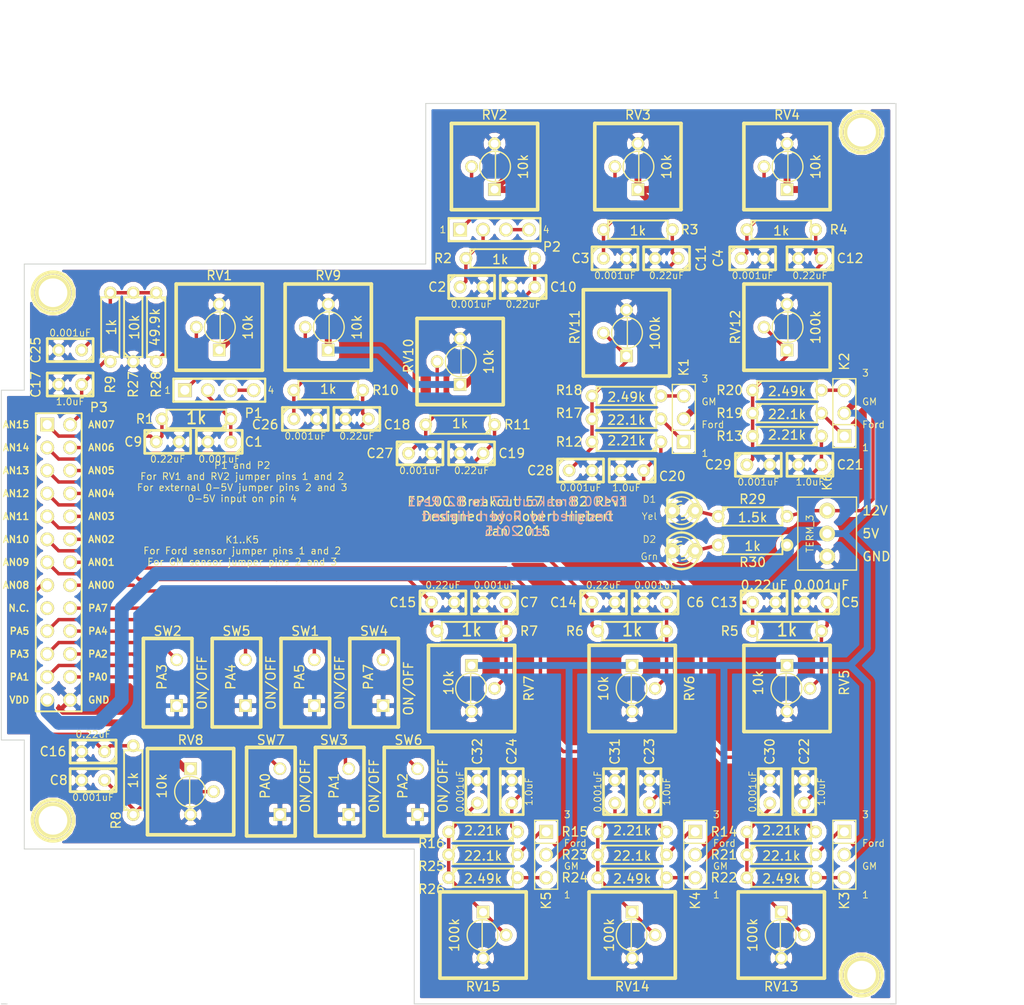
<source format=kicad_pcb>
(kicad_pcb (version 3) (host pcbnew "(2013-07-07 BZR 4022)-stable")
  (layers (15 F.Cu signal) (0 B.Cu signal) (18 B.Paste user) (19 F.Paste user) (20 B.SilkS user) (21 F.SilkS user) (22 B.Mask user) (23 F.Mask user) (28 Edge.Cuts user))
  (net 0 "")
  (net 1 +12V)
  (net 2 /AN00)
  (net 3 /AN01)
  (net 4 /AN02)
  (net 5 /AN03)
  (net 6 /AN04)
  (net 7 /AN05)
  (net 8 /AN06)
  (net 9 /AN07)
  (net 10 /AN08)
  (net 11 /AN09)
  (net 12 /AN10)
  (net 13 /AN11)
  (net 14 /AN12)
  (net 15 /AN13)
  (net 16 /AN14)
  (net 17 /AN15)
  (net 18 /PA0)
  (net 19 /PA1)
  (net 20 /PA2)
  (net 21 /PA3)
  (net 22 /PA4)
  (net 23 /PA5)
  (net 24 /PA7)
  (net 25 GND)
  (net 26 N-0000010)
  (net 27 N-0000013)
  (net 28 N-0000014)
  (net 29 N-0000015)
  (net 30 N-0000016)
  (net 31 N-0000017)
  (net 32 N-0000018)
  (net 33 N-0000021)
  (net 34 N-0000022)
  (net 35 N-0000023)
  (net 36 N-0000024)
  (net 37 N-000003)
  (net 38 N-000004)
  (net 39 N-0000045)
  (net 40 N-0000046)
  (net 41 N-0000047)
  (net 42 N-0000048)
  (net 43 N-0000049)
  (net 44 N-0000050)
  (net 45 N-0000051)
  (net 46 N-0000052)
  (net 47 N-0000053)
  (net 48 N-0000054)
  (net 49 N-0000055)
  (net 50 N-0000056)
  (net 51 N-0000057)
  (net 52 N-0000058)
  (net 53 N-0000059)
  (net 54 N-000006)
  (net 55 N-000007)
  (net 56 N-000008)
  (net 57 N-000009)
  (net 58 VDD)
  (module TE_282834-3 (layer F.Cu) (at 135.89 137.16 270)
    (fp_text reference K6 (at -5.715 0 270) (layer F.SilkS))
    (fp_text value TERM_3 (at 0 1.905 270) (layer F.SilkS) (effects (font (size 0.762 0.762) (thickness 0.1016))))
    (pad 1 thru_hole circle (at -2.54 0 270) (size 1.75 1.75) (drill 1) (layers *.Cu *.Mask F.SilkS) (net 1 +12V))
    (pad 2 thru_hole circle (at 0 0 270) (size 1.75 1.75) (drill 1) (layers *.Cu *.Mask F.SilkS) (net 58 VDD))
    (pad 3 thru_hole circle (at 2.54 0 270) (size 1.75 1.75) (drill 1) (layers *.Cu *.Mask F.SilkS) (net 25 GND))
  )
  (module Slide-Switch (layer F.Cu) (at 78.105 153.67 90)
    (fp_text reference SW1 (at 5.715 0 180) (layer F.SilkS) (effects (font (size 1.016 1.016) (thickness 0.1524))))
    (fp_text value PA5 (at 0.635 -0.635 90) (layer F.SilkS) (effects (font (size 1.016 1.016) (thickness 0.1524))))
    (pad 1 thru_hole rect (at -2.54 1 90) (size 1.397 1.397) (drill 0.99) (layers *.Cu *.Mask F.SilkS) (net 25 GND))
    (pad 2 thru_hole circle (at 2.54 1 90) (size 1.397 1.397) (drill 0.99) (layers *.Cu *.Mask F.SilkS) (net 23 /PA5))
  )
  (module Slide-Switch (layer F.Cu) (at 62.865 153.67 90)
    (fp_text reference SW2 (at 5.715 0 180) (layer F.SilkS) (effects (font (size 1.016 1.016) (thickness 0.1524))))
    (fp_text value PA3 (at 0.635 -0.635 90) (layer F.SilkS) (effects (font (size 1.016 1.016) (thickness 0.1524))))
    (pad 1 thru_hole rect (at -2.54 1 90) (size 1.397 1.397) (drill 0.99) (layers *.Cu *.Mask F.SilkS) (net 25 GND))
    (pad 2 thru_hole circle (at 2.54 1 90) (size 1.397 1.397) (drill 0.99) (layers *.Cu *.Mask F.SilkS) (net 21 /PA3))
  )
  (module Slide-Switch (layer F.Cu) (at 81.915 165.735 90)
    (fp_text reference SW3 (at 5.715 -0.635 180) (layer F.SilkS) (effects (font (size 1.016 1.016) (thickness 0.1524))))
    (fp_text value PA1 (at 0.635 -0.635 90) (layer F.SilkS) (effects (font (size 1.016 1.016) (thickness 0.1524))))
    (pad 1 thru_hole rect (at -2.54 1 90) (size 1.397 1.397) (drill 0.99) (layers *.Cu *.Mask F.SilkS) (net 25 GND))
    (pad 2 thru_hole circle (at 2.54 1 90) (size 1.397 1.397) (drill 0.99) (layers *.Cu *.Mask F.SilkS) (net 19 /PA1))
  )
  (module Slide-Switch (layer F.Cu) (at 74.295 165.735 90)
    (fp_text reference SW7 (at 5.715 0 180) (layer F.SilkS) (effects (font (size 1.016 1.016) (thickness 0.1524))))
    (fp_text value PA0 (at 0.635 -0.635 90) (layer F.SilkS) (effects (font (size 1.016 1.016) (thickness 0.1524))))
    (pad 1 thru_hole rect (at -2.54 1 90) (size 1.397 1.397) (drill 0.99) (layers *.Cu *.Mask F.SilkS) (net 25 GND))
    (pad 2 thru_hole circle (at 2.54 1 90) (size 1.397 1.397) (drill 0.99) (layers *.Cu *.Mask F.SilkS) (net 18 /PA0))
  )
  (module Slide-Switch (layer F.Cu) (at 85.725 153.67 90)
    (fp_text reference SW4 (at 5.715 0 180) (layer F.SilkS) (effects (font (size 1.016 1.016) (thickness 0.1524))))
    (fp_text value PA7 (at 0.635 -0.635 90) (layer F.SilkS) (effects (font (size 1.016 1.016) (thickness 0.1524))))
    (pad 1 thru_hole rect (at -2.54 1 90) (size 1.397 1.397) (drill 0.99) (layers *.Cu *.Mask F.SilkS) (net 25 GND))
    (pad 2 thru_hole circle (at 2.54 1 90) (size 1.397 1.397) (drill 0.99) (layers *.Cu *.Mask F.SilkS) (net 24 /PA7))
  )
  (module Slide-Switch (layer F.Cu) (at 70.485 153.67 90)
    (fp_text reference SW5 (at 5.715 0 180) (layer F.SilkS) (effects (font (size 1.016 1.016) (thickness 0.1524))))
    (fp_text value PA4 (at 0.635 -0.635 90) (layer F.SilkS) (effects (font (size 1.016 1.016) (thickness 0.1524))))
    (pad 1 thru_hole rect (at -2.54 1 90) (size 1.397 1.397) (drill 0.99) (layers *.Cu *.Mask F.SilkS) (net 25 GND))
    (pad 2 thru_hole circle (at 2.54 1 90) (size 1.397 1.397) (drill 0.99) (layers *.Cu *.Mask F.SilkS) (net 22 /PA4))
  )
  (module Slide-Switch (layer F.Cu) (at 89.535 165.735 90)
    (fp_text reference SW6 (at 5.715 0 180) (layer F.SilkS) (effects (font (size 1.016 1.016) (thickness 0.1524))))
    (fp_text value PA2 (at 0.635 -0.635 90) (layer F.SilkS) (effects (font (size 1.016 1.016) (thickness 0.1524))))
    (pad 1 thru_hole rect (at -2.54 1 90) (size 1.397 1.397) (drill 0.99) (layers *.Cu *.Mask F.SilkS) (net 25 GND))
    (pad 2 thru_hole circle (at 2.54 1 90) (size 1.397 1.397) (drill 0.99) (layers *.Cu *.Mask F.SilkS) (net 20 /PA2))
  )
  (module R3 (layer F.Cu) (at 97.79 172.72)
    (fp_text reference R25 (at -5.715 1.27) (layer F.SilkS) (effects (font (size 1.016 1.016) (thickness 0.1524))))
    (fp_text value 22.1k (at 0 0.127) (layer F.SilkS) (effects (font (size 1.016 1.016) (thickness 0.1524))))
    (pad 1 thru_hole circle (at -3.81 0) (size 1.397 1.397) (drill 0.8128) (layers *.Cu *.Mask F.SilkS) (net 36 N-0000024))
    (pad 2 thru_hole circle (at 3.81 0) (size 1.397 1.397) (drill 0.8128) (layers *.Cu *.Mask F.SilkS) (net 52 N-0000058))
  )
  (module R3 (layer F.Cu) (at 61.595 114.3 270)
    (fp_text reference R28 (at 6.35 0 270) (layer F.SilkS) (effects (font (size 1.016 1.016) (thickness 0.1524))))
    (fp_text value 49.9k (at 0 0.127 270) (layer F.SilkS) (effects (font (size 1.016 1.016) (thickness 0.1524))))
    (pad 1 thru_hole circle (at -3.81 0 270) (size 1.397 1.397) (drill 0.8128) (layers *.Cu *.Mask F.SilkS) (net 37 N-000003))
    (pad 2 thru_hole circle (at 3.81 0 270) (size 1.397 1.397) (drill 0.8128) (layers *.Cu *.Mask F.SilkS) (net 1 +12V))
  )
  (module R3 (layer F.Cu) (at 130.81 170.18 180)
    (fp_text reference R14 (at 6.35 0 180) (layer F.SilkS) (effects (font (size 1.016 1.016) (thickness 0.1524))))
    (fp_text value 2.21k (at 0 0.127 180) (layer F.SilkS) (effects (font (size 1.016 1.016) (thickness 0.1524))))
    (pad 1 thru_hole circle (at -3.81 0 180) (size 1.397 1.397) (drill 0.8128) (layers *.Cu *.Mask F.SilkS) (net 4 /AN02))
    (pad 2 thru_hole circle (at 3.81 0 180) (size 1.397 1.397) (drill 0.8128) (layers *.Cu *.Mask F.SilkS) (net 42 N-0000048))
  )
  (module R3 (layer F.Cu) (at 59.055 114.3 90)
    (fp_text reference R27 (at -6.35 0 90) (layer F.SilkS) (effects (font (size 1.016 1.016) (thickness 0.1524))))
    (fp_text value 10k (at 0 0.127 90) (layer F.SilkS) (effects (font (size 1.016 1.016) (thickness 0.1524))))
    (pad 1 thru_hole circle (at -3.81 0 90) (size 1.397 1.397) (drill 0.8128) (layers *.Cu *.Mask F.SilkS) (net 25 GND))
    (pad 2 thru_hole circle (at 3.81 0 90) (size 1.397 1.397) (drill 0.8128) (layers *.Cu *.Mask F.SilkS) (net 37 N-000003))
  )
  (module R3 (layer F.Cu) (at 114.3 170.18 180)
    (fp_text reference R15 (at 6.35 0 180) (layer F.SilkS) (effects (font (size 1.016 1.016) (thickness 0.1524))))
    (fp_text value 2.21k (at 0 0.127 180) (layer F.SilkS) (effects (font (size 1.016 1.016) (thickness 0.1524))))
    (pad 1 thru_hole circle (at -3.81 0 180) (size 1.397 1.397) (drill 0.8128) (layers *.Cu *.Mask F.SilkS) (net 3 /AN01))
    (pad 2 thru_hole circle (at 3.81 0 180) (size 1.397 1.397) (drill 0.8128) (layers *.Cu *.Mask F.SilkS) (net 47 N-0000053))
  )
  (module R3 (layer F.Cu) (at 113.665 124.46)
    (fp_text reference R17 (at -6.35 -0.635) (layer F.SilkS) (effects (font (size 1.016 1.016) (thickness 0.1524))))
    (fp_text value 22.1k (at 0 0.127) (layer F.SilkS) (effects (font (size 1.016 1.016) (thickness 0.1524))))
    (pad 1 thru_hole circle (at -3.81 0) (size 1.397 1.397) (drill 0.8128) (layers *.Cu *.Mask F.SilkS) (net 49 N-0000055))
    (pad 2 thru_hole circle (at 3.81 0) (size 1.397 1.397) (drill 0.8128) (layers *.Cu *.Mask F.SilkS) (net 50 N-0000056))
  )
  (module R3 (layer F.Cu) (at 97.79 170.18 180)
    (fp_text reference R16 (at 5.715 -1.27 180) (layer F.SilkS) (effects (font (size 1.016 1.016) (thickness 0.1524))))
    (fp_text value 2.21k (at 0 0.127 180) (layer F.SilkS) (effects (font (size 1.016 1.016) (thickness 0.1524))))
    (pad 1 thru_hole circle (at -3.81 0 180) (size 1.397 1.397) (drill 0.8128) (layers *.Cu *.Mask F.SilkS) (net 2 /AN00))
    (pad 2 thru_hole circle (at 3.81 0 180) (size 1.397 1.397) (drill 0.8128) (layers *.Cu *.Mask F.SilkS) (net 36 N-0000024))
  )
  (module R3 (layer F.Cu) (at 97.79 175.26)
    (fp_text reference R26 (at -5.715 1.27) (layer F.SilkS) (effects (font (size 1.016 1.016) (thickness 0.1524))))
    (fp_text value 2.49k (at 0 0.127) (layer F.SilkS) (effects (font (size 1.016 1.016) (thickness 0.1524))))
    (pad 1 thru_hole circle (at -3.81 0) (size 1.397 1.397) (drill 0.8128) (layers *.Cu *.Mask F.SilkS) (net 36 N-0000024))
    (pad 2 thru_hole circle (at 3.81 0) (size 1.397 1.397) (drill 0.8128) (layers *.Cu *.Mask F.SilkS) (net 53 N-0000059))
  )
  (module R3 (layer F.Cu) (at 95.25 125.095 180)
    (fp_text reference R11 (at -6.35 0 180) (layer F.SilkS) (effects (font (size 1.016 1.016) (thickness 0.1524))))
    (fp_text value 1k (at 0 0.127 180) (layer F.SilkS) (effects (font (size 1.016 1.016) (thickness 0.1524))))
    (pad 1 thru_hole circle (at -3.81 0 180) (size 1.397 1.397) (drill 0.8128) (layers *.Cu *.Mask F.SilkS) (net 7 /AN05))
    (pad 2 thru_hole circle (at 3.81 0 180) (size 1.397 1.397) (drill 0.8128) (layers *.Cu *.Mask F.SilkS) (net 35 N-0000023))
  )
  (module R3 (layer F.Cu) (at 113.665 121.92)
    (fp_text reference R18 (at -6.35 -0.635) (layer F.SilkS) (effects (font (size 1.016 1.016) (thickness 0.1524))))
    (fp_text value 2.49k (at 0 0.127) (layer F.SilkS) (effects (font (size 1.016 1.016) (thickness 0.1524))))
    (pad 1 thru_hole circle (at -3.81 0) (size 1.397 1.397) (drill 0.8128) (layers *.Cu *.Mask F.SilkS) (net 49 N-0000055))
    (pad 2 thru_hole circle (at 3.81 0) (size 1.397 1.397) (drill 0.8128) (layers *.Cu *.Mask F.SilkS) (net 51 N-0000057))
  )
  (module R3 (layer F.Cu) (at 114.3 175.26)
    (fp_text reference R24 (at -6.35 0) (layer F.SilkS) (effects (font (size 1.016 1.016) (thickness 0.1524))))
    (fp_text value 2.49k (at 0 0.127) (layer F.SilkS) (effects (font (size 1.016 1.016) (thickness 0.1524))))
    (pad 1 thru_hole circle (at -3.81 0) (size 1.397 1.397) (drill 0.8128) (layers *.Cu *.Mask F.SilkS) (net 47 N-0000053))
    (pad 2 thru_hole circle (at 3.81 0) (size 1.397 1.397) (drill 0.8128) (layers *.Cu *.Mask F.SilkS) (net 46 N-0000052))
  )
  (module R3 (layer F.Cu) (at 114.3 172.72)
    (fp_text reference R23 (at -6.35 0) (layer F.SilkS) (effects (font (size 1.016 1.016) (thickness 0.1524))))
    (fp_text value 22.1k (at 0 0.127) (layer F.SilkS) (effects (font (size 1.016 1.016) (thickness 0.1524))))
    (pad 1 thru_hole circle (at -3.81 0) (size 1.397 1.397) (drill 0.8128) (layers *.Cu *.Mask F.SilkS) (net 47 N-0000053))
    (pad 2 thru_hole circle (at 3.81 0) (size 1.397 1.397) (drill 0.8128) (layers *.Cu *.Mask F.SilkS) (net 48 N-0000054))
  )
  (module R3 (layer F.Cu) (at 131.445 123.825)
    (fp_text reference R19 (at -6.35 0) (layer F.SilkS) (effects (font (size 1.016 1.016) (thickness 0.1524))))
    (fp_text value 22.1k (at 0 0.127) (layer F.SilkS) (effects (font (size 1.016 1.016) (thickness 0.1524))))
    (pad 1 thru_hole circle (at -3.81 0) (size 1.397 1.397) (drill 0.8128) (layers *.Cu *.Mask F.SilkS) (net 43 N-0000049))
    (pad 2 thru_hole circle (at 3.81 0) (size 1.397 1.397) (drill 0.8128) (layers *.Cu *.Mask F.SilkS) (net 44 N-0000050))
  )
  (module R3 (layer F.Cu) (at 130.81 175.26)
    (fp_text reference R22 (at -6.35 0) (layer F.SilkS) (effects (font (size 1.016 1.016) (thickness 0.1524))))
    (fp_text value 2.49k (at 0 0.127) (layer F.SilkS) (effects (font (size 1.016 1.016) (thickness 0.1524))))
    (pad 1 thru_hole circle (at -3.81 0) (size 1.397 1.397) (drill 0.8128) (layers *.Cu *.Mask F.SilkS) (net 42 N-0000048))
    (pad 2 thru_hole circle (at 3.81 0) (size 1.397 1.397) (drill 0.8128) (layers *.Cu *.Mask F.SilkS) (net 41 N-0000047))
  )
  (module R3 (layer F.Cu) (at 130.81 172.72)
    (fp_text reference R21 (at -6.35 0) (layer F.SilkS) (effects (font (size 1.016 1.016) (thickness 0.1524))))
    (fp_text value 22.1k (at 0 0.127) (layer F.SilkS) (effects (font (size 1.016 1.016) (thickness 0.1524))))
    (pad 1 thru_hole circle (at -3.81 0) (size 1.397 1.397) (drill 0.8128) (layers *.Cu *.Mask F.SilkS) (net 42 N-0000048))
    (pad 2 thru_hole circle (at 3.81 0) (size 1.397 1.397) (drill 0.8128) (layers *.Cu *.Mask F.SilkS) (net 40 N-0000046))
  )
  (module R3 (layer F.Cu) (at 131.445 121.285)
    (fp_text reference R20 (at -6.35 0) (layer F.SilkS) (effects (font (size 1.016 1.016) (thickness 0.1524))))
    (fp_text value 2.49k (at 0 0.127) (layer F.SilkS) (effects (font (size 1.016 1.016) (thickness 0.1524))))
    (pad 1 thru_hole circle (at -3.81 0) (size 1.397 1.397) (drill 0.8128) (layers *.Cu *.Mask F.SilkS) (net 43 N-0000049))
    (pad 2 thru_hole circle (at 3.81 0) (size 1.397 1.397) (drill 0.8128) (layers *.Cu *.Mask F.SilkS) (net 45 N-0000051))
  )
  (module R3 (layer F.Cu) (at 131.445 126.365 180)
    (fp_text reference R13 (at 6.35 0 180) (layer F.SilkS) (effects (font (size 1.016 1.016) (thickness 0.1524))))
    (fp_text value 2.21k (at 0 0.127 180) (layer F.SilkS) (effects (font (size 1.016 1.016) (thickness 0.1524))))
    (pad 1 thru_hole circle (at -3.81 0 180) (size 1.397 1.397) (drill 0.8128) (layers *.Cu *.Mask F.SilkS) (net 5 /AN03))
    (pad 2 thru_hole circle (at 3.81 0 180) (size 1.397 1.397) (drill 0.8128) (layers *.Cu *.Mask F.SilkS) (net 43 N-0000049))
  )
  (module R3 (layer F.Cu) (at 113.665 127 180)
    (fp_text reference R12 (at 6.35 0 180) (layer F.SilkS) (effects (font (size 1.016 1.016) (thickness 0.1524))))
    (fp_text value 2.21k (at 0 0.127 180) (layer F.SilkS) (effects (font (size 1.016 1.016) (thickness 0.1524))))
    (pad 1 thru_hole circle (at -3.81 0 180) (size 1.397 1.397) (drill 0.8128) (layers *.Cu *.Mask F.SilkS) (net 6 /AN04))
    (pad 2 thru_hole circle (at 3.81 0 180) (size 1.397 1.397) (drill 0.8128) (layers *.Cu *.Mask F.SilkS) (net 49 N-0000055))
  )
  (module R3 (layer F.Cu) (at 127.635 135.255)
    (fp_text reference R29 (at 0 -1.905) (layer F.SilkS) (effects (font (size 1.016 1.016) (thickness 0.1524))))
    (fp_text value 1.5k (at 0 0.127) (layer F.SilkS) (effects (font (size 1.016 1.016) (thickness 0.1524))))
    (pad 1 thru_hole circle (at -3.81 0) (size 1.397 1.397) (drill 0.8128) (layers *.Cu *.Mask F.SilkS) (net 54 N-000006))
    (pad 2 thru_hole circle (at 3.81 0) (size 1.397 1.397) (drill 0.8128) (layers *.Cu *.Mask F.SilkS) (net 1 +12V))
  )
  (module R3 (layer F.Cu) (at 127.635 138.43)
    (fp_text reference R30 (at 0 1.905) (layer F.SilkS) (effects (font (size 1.016 1.016) (thickness 0.1524))))
    (fp_text value 1k (at 0 0.127) (layer F.SilkS) (effects (font (size 1.016 1.016) (thickness 0.1524))))
    (pad 1 thru_hole circle (at -3.81 0) (size 1.397 1.397) (drill 0.8128) (layers *.Cu *.Mask F.SilkS) (net 38 N-000004))
    (pad 2 thru_hole circle (at 3.81 0) (size 1.397 1.397) (drill 0.8128) (layers *.Cu *.Mask F.SilkS) (net 58 VDD))
  )
  (module R3 (layer F.Cu) (at 80.645 121.285 180)
    (fp_text reference R10 (at -6.35 0 180) (layer F.SilkS) (effects (font (size 1.016 1.016) (thickness 0.1524))))
    (fp_text value 1k (at 0 0.127 180) (layer F.SilkS) (effects (font (size 1.016 1.016) (thickness 0.1524))))
    (pad 1 thru_hole circle (at -3.81 0 180) (size 1.397 1.397) (drill 0.8128) (layers *.Cu *.Mask F.SilkS) (net 8 /AN06))
    (pad 2 thru_hole circle (at 3.81 0 180) (size 1.397 1.397) (drill 0.8128) (layers *.Cu *.Mask F.SilkS) (net 34 N-0000022))
  )
  (module R3 (layer F.Cu) (at 59.055 164.465 90)
    (fp_text reference R8 (at -4.445 -1.905 90) (layer F.SilkS) (effects (font (size 1.016 1.016) (thickness 0.1524))))
    (fp_text value 1k (at 0 0 90) (layer F.SilkS) (effects (font (size 1.016 1.016) (thickness 0.1524))))
    (pad 1 thru_hole circle (at -3.81 0 90) (size 1.397 1.397) (drill 0.8128) (layers *.Cu *.Mask F.SilkS) (net 33 N-0000021))
    (pad 2 thru_hole circle (at 3.81 0 90) (size 1.397 1.397) (drill 0.8128) (layers *.Cu *.Mask F.SilkS) (net 10 /AN08))
  )
  (module R3 (layer F.Cu) (at 96.52 147.955 180)
    (fp_text reference R7 (at -6.35 0 180) (layer F.SilkS) (effects (font (size 1.016 1.016) (thickness 0.1524))))
    (fp_text value 1k (at 0 0.127 180) (layer F.SilkS) (effects (font (size 1.397 1.27) (thickness 0.2032))))
    (pad 1 thru_hole circle (at -3.81 0 180) (size 1.397 1.397) (drill 0.8128) (layers *.Cu *.Mask F.SilkS) (net 55 N-000007))
    (pad 2 thru_hole circle (at 3.81 0 180) (size 1.397 1.397) (drill 0.8128) (layers *.Cu *.Mask F.SilkS) (net 11 /AN09))
  )
  (module R3 (layer F.Cu) (at 114.3 147.955 180)
    (fp_text reference R6 (at 6.35 0 180) (layer F.SilkS) (effects (font (size 1.016 1.016) (thickness 0.1524))))
    (fp_text value 1k (at 0 0.127 180) (layer F.SilkS) (effects (font (size 1.397 1.27) (thickness 0.2032))))
    (pad 1 thru_hole circle (at -3.81 0 180) (size 1.397 1.397) (drill 0.8128) (layers *.Cu *.Mask F.SilkS) (net 39 N-0000045))
    (pad 2 thru_hole circle (at 3.81 0 180) (size 1.397 1.397) (drill 0.8128) (layers *.Cu *.Mask F.SilkS) (net 12 /AN10))
  )
  (module R3 (layer F.Cu) (at 131.445 147.955 180)
    (fp_text reference R5 (at 6.35 0 180) (layer F.SilkS) (effects (font (size 1.016 1.016) (thickness 0.1524))))
    (fp_text value 1k (at 0 0.127 180) (layer F.SilkS) (effects (font (size 1.397 1.27) (thickness 0.2032))))
    (pad 1 thru_hole circle (at -3.81 0 180) (size 1.397 1.397) (drill 0.8128) (layers *.Cu *.Mask F.SilkS) (net 56 N-000008))
    (pad 2 thru_hole circle (at 3.81 0 180) (size 1.397 1.397) (drill 0.8128) (layers *.Cu *.Mask F.SilkS) (net 13 /AN11))
  )
  (module R3 (layer F.Cu) (at 130.81 103.505)
    (fp_text reference R4 (at 6.35 0) (layer F.SilkS) (effects (font (size 1.016 1.016) (thickness 0.1524))))
    (fp_text value 1k (at 0 0.127) (layer F.SilkS) (effects (font (size 1.016 1.016) (thickness 0.1524))))
    (pad 1 thru_hole circle (at -3.81 0) (size 1.397 1.397) (drill 0.8128) (layers *.Cu *.Mask F.SilkS) (net 57 N-000009))
    (pad 2 thru_hole circle (at 3.81 0) (size 1.397 1.397) (drill 0.8128) (layers *.Cu *.Mask F.SilkS) (net 14 /AN12))
  )
  (module R3 (layer F.Cu) (at 114.935 103.505)
    (fp_text reference R3 (at 5.715 0) (layer F.SilkS) (effects (font (size 1.016 1.016) (thickness 0.1524))))
    (fp_text value 1k (at 0 0.127) (layer F.SilkS) (effects (font (size 1.016 1.016) (thickness 0.1524))))
    (pad 1 thru_hole circle (at -3.81 0) (size 1.397 1.397) (drill 0.8128) (layers *.Cu *.Mask F.SilkS) (net 26 N-0000010))
    (pad 2 thru_hole circle (at 3.81 0) (size 1.397 1.397) (drill 0.8128) (layers *.Cu *.Mask F.SilkS) (net 15 /AN13))
  )
  (module R3 (layer F.Cu) (at 99.695 106.68)
    (fp_text reference R2 (at -6.35 0) (layer F.SilkS) (effects (font (size 1.016 1.016) (thickness 0.1524))))
    (fp_text value 1k (at 0 0.127) (layer F.SilkS) (effects (font (size 1.016 1.016) (thickness 0.1524))))
    (pad 1 thru_hole circle (at -3.81 0) (size 1.397 1.397) (drill 0.8128) (layers *.Cu *.Mask F.SilkS) (net 28 N-0000014))
    (pad 2 thru_hole circle (at 3.81 0) (size 1.397 1.397) (drill 0.8128) (layers *.Cu *.Mask F.SilkS) (net 16 /AN14))
  )
  (module R3 (layer F.Cu) (at 56.515 114.3 90)
    (fp_text reference R9 (at -6.35 0 90) (layer F.SilkS) (effects (font (size 1.016 1.016) (thickness 0.1524))))
    (fp_text value 1k (at 0 0.127 90) (layer F.SilkS) (effects (font (size 1.016 1.016) (thickness 0.1524))))
    (pad 1 thru_hole circle (at -3.81 0 90) (size 1.397 1.397) (drill 0.8128) (layers *.Cu *.Mask F.SilkS) (net 9 /AN07))
    (pad 2 thru_hole circle (at 3.81 0 90) (size 1.397 1.397) (drill 0.8128) (layers *.Cu *.Mask F.SilkS) (net 37 N-000003))
  )
  (module R3 (layer F.Cu) (at 66.04 124.46 180)
    (fp_text reference R1 (at 5.715 0 180) (layer F.SilkS) (effects (font (size 1.016 1.016) (thickness 0.1524))))
    (fp_text value 1k (at 0 0.127 180) (layer F.SilkS) (effects (font (size 1.397 1.27) (thickness 0.2032))))
    (pad 1 thru_hole circle (at -3.81 0 180) (size 1.397 1.397) (drill 0.8128) (layers *.Cu *.Mask F.SilkS) (net 31 N-0000017))
    (pad 2 thru_hole circle (at 3.81 0 180) (size 1.397 1.397) (drill 0.8128) (layers *.Cu *.Mask F.SilkS) (net 17 /AN15))
  )
  (module PIN_ARRAY_4x1 (layer F.Cu) (at 68.58 121.285)
    (fp_text reference P1 (at 3.81 2.54) (layer F.SilkS) (effects (font (size 1.016 1.016) (thickness 0.1524))))
    (fp_text value CONN_4 hide)
    (pad 1 thru_hole rect (at -3.81 0) (size 1.524 1.524) (drill 1.016) (layers *.Cu *.Mask F.SilkS) (net 30 N-0000016))
    (pad 2 thru_hole circle (at -1.27 0) (size 1.524 1.524) (drill 1.016) (layers *.Cu *.Mask F.SilkS) (net 31 N-0000017))
    (pad 3 thru_hole circle (at 1.27 0) (size 1.524 1.524) (drill 1.016) (layers *.Cu *.Mask F.SilkS) (net 32 N-0000018))
    (pad 4 thru_hole circle (at 3.81 0) (size 1.524 1.524) (drill 1.016) (layers *.Cu *.Mask F.SilkS) (net 32 N-0000018))
  )
  (module PIN_ARRAY_4x1 (layer F.Cu) (at 99.06 103.505)
    (fp_text reference P2 (at 6.35 1.905) (layer F.SilkS) (effects (font (size 1.016 1.016) (thickness 0.1524))))
    (fp_text value CONN_4 hide)
    (pad 1 thru_hole rect (at -3.81 0) (size 1.524 1.524) (drill 1.016) (layers *.Cu *.Mask F.SilkS) (net 27 N-0000013))
    (pad 2 thru_hole circle (at -1.27 0) (size 1.524 1.524) (drill 1.016) (layers *.Cu *.Mask F.SilkS) (net 28 N-0000014))
    (pad 3 thru_hole circle (at 1.27 0) (size 1.524 1.524) (drill 1.016) (layers *.Cu *.Mask F.SilkS) (net 29 N-0000015))
    (pad 4 thru_hole circle (at 3.81 0) (size 1.524 1.524) (drill 1.016) (layers *.Cu *.Mask F.SilkS) (net 29 N-0000015))
  )
  (module PIN_ARRAY_3X1 (layer F.Cu) (at 121.285 172.72 270)
    (fp_text reference K4 (at 5.08 0 270) (layer F.SilkS) (effects (font (size 1.016 1.016) (thickness 0.1524))))
    (fp_text value CONN_3 hide)
    (pad 1 thru_hole rect (at -2.54 0 270) (size 1.524 1.524) (drill 1.016) (layers *.Cu *.Mask F.SilkS) (net 48 N-0000054))
    (pad 2 thru_hole circle (at 0 0 270) (size 1.524 1.524) (drill 1.016) (layers *.Cu *.Mask F.SilkS) (net 58 VDD))
    (pad 3 thru_hole circle (at 2.54 0 270) (size 1.524 1.524) (drill 1.016) (layers *.Cu *.Mask F.SilkS) (net 46 N-0000052))
  )
  (module PIN_ARRAY_3X1 (layer F.Cu) (at 137.795 123.825 90)
    (fp_text reference K2 (at 5.715 0 90) (layer F.SilkS) (effects (font (size 1.016 1.016) (thickness 0.1524))))
    (fp_text value CONN_3 hide)
    (pad 1 thru_hole rect (at -2.54 0 90) (size 1.524 1.524) (drill 1.016) (layers *.Cu *.Mask F.SilkS) (net 44 N-0000050))
    (pad 2 thru_hole circle (at 0 0 90) (size 1.524 1.524) (drill 1.016) (layers *.Cu *.Mask F.SilkS) (net 58 VDD))
    (pad 3 thru_hole circle (at 2.54 0 90) (size 1.524 1.524) (drill 1.016) (layers *.Cu *.Mask F.SilkS) (net 45 N-0000051))
  )
  (module PIN_ARRAY_3X1 (layer F.Cu) (at 104.775 172.72 270)
    (fp_text reference K5 (at 5.08 0 270) (layer F.SilkS) (effects (font (size 1.016 1.016) (thickness 0.1524))))
    (fp_text value CONN_3 hide)
    (pad 1 thru_hole rect (at -2.54 0 270) (size 1.524 1.524) (drill 1.016) (layers *.Cu *.Mask F.SilkS) (net 52 N-0000058))
    (pad 2 thru_hole circle (at 0 0 270) (size 1.524 1.524) (drill 1.016) (layers *.Cu *.Mask F.SilkS) (net 58 VDD))
    (pad 3 thru_hole circle (at 2.54 0 270) (size 1.524 1.524) (drill 1.016) (layers *.Cu *.Mask F.SilkS) (net 53 N-0000059))
  )
  (module PIN_ARRAY_3X1 (layer F.Cu) (at 137.795 172.72 270)
    (fp_text reference K3 (at 5.08 0 270) (layer F.SilkS) (effects (font (size 1.016 1.016) (thickness 0.1524))))
    (fp_text value CONN_3 hide)
    (pad 1 thru_hole rect (at -2.54 0 270) (size 1.524 1.524) (drill 1.016) (layers *.Cu *.Mask F.SilkS) (net 40 N-0000046))
    (pad 2 thru_hole circle (at 0 0 270) (size 1.524 1.524) (drill 1.016) (layers *.Cu *.Mask F.SilkS) (net 58 VDD))
    (pad 3 thru_hole circle (at 2.54 0 270) (size 1.524 1.524) (drill 1.016) (layers *.Cu *.Mask F.SilkS) (net 41 N-0000047))
  )
  (module PIN_ARRAY_3X1 (layer F.Cu) (at 120.015 124.46 90)
    (fp_text reference K1 (at 5.715 0 90) (layer F.SilkS) (effects (font (size 1.016 1.016) (thickness 0.1524))))
    (fp_text value CONN_3 hide)
    (pad 1 thru_hole rect (at -2.54 0 90) (size 1.524 1.524) (drill 1.016) (layers *.Cu *.Mask F.SilkS) (net 50 N-0000056))
    (pad 2 thru_hole circle (at 0 0 90) (size 1.524 1.524) (drill 1.016) (layers *.Cu *.Mask F.SilkS) (net 58 VDD))
    (pad 3 thru_hole circle (at 2.54 0 90) (size 1.524 1.524) (drill 1.016) (layers *.Cu *.Mask F.SilkS) (net 51 N-0000057))
  )
  (module pin_array_13x2 (layer F.Cu) (at 50.8 140.335 270)
    (fp_text reference P3 (at -17.145 -4.445 360) (layer F.SilkS) (effects (font (size 1.016 1.016) (thickness 0.1524))))
    (fp_text value CONN_13X2 hide)
    (pad 1 thru_hole rect (at -15.24 1.27 270) (size 1.524 1.524) (drill 1.016) (layers *.Cu *.Mask F.SilkS) (net 17 /AN15))
    (pad 2 thru_hole circle (at -15.24 -1.27 270) (size 1.524 1.524) (drill 1.016) (layers *.Cu *.Mask F.SilkS) (net 9 /AN07))
    (pad 3 thru_hole circle (at -12.7 1.27 270) (size 1.524 1.524) (drill 1.016) (layers *.Cu *.Mask F.SilkS) (net 16 /AN14))
    (pad 4 thru_hole circle (at -12.7 -1.27 270) (size 1.524 1.524) (drill 1.016) (layers *.Cu *.Mask F.SilkS) (net 8 /AN06))
    (pad 5 thru_hole circle (at -10.16 1.27 270) (size 1.524 1.524) (drill 1.016) (layers *.Cu *.Mask F.SilkS) (net 15 /AN13))
    (pad 6 thru_hole circle (at -10.16 -1.27 270) (size 1.524 1.524) (drill 1.016) (layers *.Cu *.Mask F.SilkS) (net 7 /AN05))
    (pad 7 thru_hole circle (at -7.62 1.27 270) (size 1.524 1.524) (drill 1.016) (layers *.Cu *.Mask F.SilkS) (net 14 /AN12))
    (pad 8 thru_hole circle (at -7.62 -1.27 270) (size 1.524 1.524) (drill 1.016) (layers *.Cu *.Mask F.SilkS) (net 6 /AN04))
    (pad 9 thru_hole circle (at -5.08 1.27 270) (size 1.524 1.524) (drill 1.016) (layers *.Cu *.Mask F.SilkS) (net 13 /AN11))
    (pad 10 thru_hole circle (at -5.08 -1.27 270) (size 1.524 1.524) (drill 1.016) (layers *.Cu *.Mask F.SilkS) (net 5 /AN03))
    (pad 11 thru_hole circle (at -2.54 1.27 270) (size 1.524 1.524) (drill 1.016) (layers *.Cu *.Mask F.SilkS) (net 12 /AN10))
    (pad 12 thru_hole circle (at -2.54 -1.27 270) (size 1.524 1.524) (drill 1.016) (layers *.Cu *.Mask F.SilkS) (net 4 /AN02))
    (pad 13 thru_hole circle (at 0 1.27 270) (size 1.524 1.524) (drill 1.016) (layers *.Cu *.Mask F.SilkS) (net 11 /AN09))
    (pad 14 thru_hole circle (at 0 -1.27 270) (size 1.524 1.524) (drill 1.016) (layers *.Cu *.Mask F.SilkS) (net 3 /AN01))
    (pad 15 thru_hole circle (at 2.54 1.27 270) (size 1.524 1.524) (drill 1.016) (layers *.Cu *.Mask F.SilkS) (net 10 /AN08))
    (pad 16 thru_hole circle (at 2.54 -1.27 270) (size 1.524 1.524) (drill 1.016) (layers *.Cu *.Mask F.SilkS) (net 2 /AN00))
    (pad 17 thru_hole circle (at 5.08 1.27 270) (size 1.524 1.524) (drill 1.016) (layers *.Cu *.Mask F.SilkS))
    (pad 18 thru_hole circle (at 5.08 -1.27 270) (size 1.524 1.524) (drill 1.016) (layers *.Cu *.Mask F.SilkS) (net 24 /PA7))
    (pad 19 thru_hole circle (at 7.62 1.27 270) (size 1.524 1.524) (drill 1.016) (layers *.Cu *.Mask F.SilkS) (net 23 /PA5))
    (pad 20 thru_hole circle (at 7.62 -1.27 270) (size 1.524 1.524) (drill 1.016) (layers *.Cu *.Mask F.SilkS) (net 22 /PA4))
    (pad 21 thru_hole circle (at 10.16 1.27 270) (size 1.524 1.524) (drill 1.016) (layers *.Cu *.Mask F.SilkS) (net 21 /PA3))
    (pad 22 thru_hole circle (at 10.16 -1.27 270) (size 1.524 1.524) (drill 1.016) (layers *.Cu *.Mask F.SilkS) (net 20 /PA2))
    (pad 23 thru_hole circle (at 12.7 1.27 270) (size 1.524 1.524) (drill 1.016) (layers *.Cu *.Mask F.SilkS) (net 19 /PA1))
    (pad 24 thru_hole circle (at 12.7 -1.27 270) (size 1.524 1.524) (drill 1.016) (layers *.Cu *.Mask F.SilkS) (net 18 /PA0))
    (pad 25 thru_hole circle (at 15.24 1.27 270) (size 1.524 1.524) (drill 1.016) (layers *.Cu *.Mask F.SilkS) (net 58 VDD))
    (pad 26 thru_hole circle (at 15.24 -1.27 270) (size 1.524 1.524) (drill 1.016) (layers *.Cu *.Mask F.SilkS) (net 25 GND))
  )
  (module LED-3MM (layer F.Cu) (at 120.015 134.62 180)
    (fp_text reference D1 (at 3.81 1.27 180) (layer F.SilkS) (effects (font (size 0.762 0.762) (thickness 0.0889))))
    (fp_text value Yel (at 3.81 -0.635 180) (layer F.SilkS) (effects (font (size 0.762 0.762) (thickness 0.0889))))
    (pad 1 thru_hole circle (at -1.27 0 180) (size 1.6764 1.6764) (drill 0.8128) (layers *.Cu *.Mask F.SilkS) (net 54 N-000006))
    (pad 2 thru_hole circle (at 1.27 0 180) (size 1.6764 1.6764) (drill 0.8128) (layers *.Cu *.Mask F.SilkS) (net 25 GND))
  )
  (module LED-3MM (layer F.Cu) (at 120.015 139.065 180)
    (fp_text reference D2 (at 3.81 1.27 180) (layer F.SilkS) (effects (font (size 0.762 0.762) (thickness 0.0889))))
    (fp_text value Grn (at 3.81 -0.635 180) (layer F.SilkS) (effects (font (size 0.762 0.762) (thickness 0.0889))))
    (pad 1 thru_hole circle (at -1.27 0 180) (size 1.6764 1.6764) (drill 0.8128) (layers *.Cu *.Mask F.SilkS) (net 38 N-000004))
    (pad 2 thru_hole circle (at 1.27 0 180) (size 1.6764 1.6764) (drill 0.8128) (layers *.Cu *.Mask F.SilkS) (net 25 GND))
  )
  (module C1 (layer F.Cu) (at 52.07 120.65 180)
    (fp_text reference C17 (at 3.81 0 270) (layer F.SilkS) (effects (font (size 1.016 1.016) (thickness 0.1524))))
    (fp_text value 1.0uF (at 0 -1.905 180) (layer F.SilkS) (effects (font (size 0.762 0.762) (thickness 0.1016))))
    (pad 1 thru_hole circle (at -1.27 0 180) (size 1.397 1.397) (drill 0.8128) (layers *.Cu *.Mask F.SilkS) (net 9 /AN07))
    (pad 2 thru_hole circle (at 1.27 0 180) (size 1.397 1.397) (drill 0.8128) (layers *.Cu *.Mask F.SilkS) (net 25 GND))
  )
  (module C1 (layer F.Cu) (at 133.985 129.54 180)
    (fp_text reference C21 (at -4.445 0 180) (layer F.SilkS) (effects (font (size 1.016 1.016) (thickness 0.1524))))
    (fp_text value 1.0uF (at 0 -1.905 180) (layer F.SilkS) (effects (font (size 0.762 0.762) (thickness 0.1016))))
    (pad 1 thru_hole circle (at -1.27 0 180) (size 1.397 1.397) (drill 0.8128) (layers *.Cu *.Mask F.SilkS) (net 5 /AN03))
    (pad 2 thru_hole circle (at 1.27 0 180) (size 1.397 1.397) (drill 0.8128) (layers *.Cu *.Mask F.SilkS) (net 25 GND))
  )
  (module C1 (layer F.Cu) (at 128.27 129.54)
    (fp_text reference C29 (at -4.445 0) (layer F.SilkS) (effects (font (size 1.016 1.016) (thickness 0.1524))))
    (fp_text value 0.001uF (at 0 1.905) (layer F.SilkS) (effects (font (size 0.762 0.762) (thickness 0.1016))))
    (pad 1 thru_hole circle (at -1.27 0) (size 1.397 1.397) (drill 0.8128) (layers *.Cu *.Mask F.SilkS) (net 43 N-0000049))
    (pad 2 thru_hole circle (at 1.27 0) (size 1.397 1.397) (drill 0.8128) (layers *.Cu *.Mask F.SilkS) (net 25 GND))
  )
  (module C1 (layer F.Cu) (at 108.585 130.175)
    (fp_text reference C28 (at -4.445 0) (layer F.SilkS) (effects (font (size 1.016 1.016) (thickness 0.1524))))
    (fp_text value 0.001uF (at 0 1.905) (layer F.SilkS) (effects (font (size 0.762 0.762) (thickness 0.1016))))
    (pad 1 thru_hole circle (at -1.27 0) (size 1.397 1.397) (drill 0.8128) (layers *.Cu *.Mask F.SilkS) (net 49 N-0000055))
    (pad 2 thru_hole circle (at 1.27 0) (size 1.397 1.397) (drill 0.8128) (layers *.Cu *.Mask F.SilkS) (net 25 GND))
  )
  (module C1 (layer F.Cu) (at 114.3 130.175 180)
    (fp_text reference C20 (at -4.445 -0.635 180) (layer F.SilkS) (effects (font (size 1.016 1.016) (thickness 0.1524))))
    (fp_text value 1.0uF (at 0.635 -1.905 180) (layer F.SilkS) (effects (font (size 0.762 0.762) (thickness 0.1016))))
    (pad 1 thru_hole circle (at -1.27 0 180) (size 1.397 1.397) (drill 0.8128) (layers *.Cu *.Mask F.SilkS) (net 6 /AN04))
    (pad 2 thru_hole circle (at 1.27 0 180) (size 1.397 1.397) (drill 0.8128) (layers *.Cu *.Mask F.SilkS) (net 25 GND))
  )
  (module C1 (layer F.Cu) (at 96.52 128.27 180)
    (fp_text reference C19 (at -4.445 0 180) (layer F.SilkS) (effects (font (size 1.016 1.016) (thickness 0.1524))))
    (fp_text value 0.22uF (at 0 -1.905 180) (layer F.SilkS) (effects (font (size 0.762 0.762) (thickness 0.1016))))
    (pad 1 thru_hole circle (at -1.27 0 180) (size 1.397 1.397) (drill 0.8128) (layers *.Cu *.Mask F.SilkS) (net 7 /AN05))
    (pad 2 thru_hole circle (at 1.27 0 180) (size 1.397 1.397) (drill 0.8128) (layers *.Cu *.Mask F.SilkS) (net 25 GND))
  )
  (module C1 (layer F.Cu) (at 90.805 128.27)
    (fp_text reference C27 (at -4.445 0) (layer F.SilkS) (effects (font (size 1.016 1.016) (thickness 0.1524))))
    (fp_text value 0.001uF (at 0 1.905) (layer F.SilkS) (effects (font (size 0.762 0.762) (thickness 0.1016))))
    (pad 1 thru_hole circle (at -1.27 0) (size 1.397 1.397) (drill 0.8128) (layers *.Cu *.Mask F.SilkS) (net 35 N-0000023))
    (pad 2 thru_hole circle (at 1.27 0) (size 1.397 1.397) (drill 0.8128) (layers *.Cu *.Mask F.SilkS) (net 25 GND))
  )
  (module C1 (layer F.Cu) (at 83.82 124.46 180)
    (fp_text reference C18 (at -4.445 -0.635 180) (layer F.SilkS) (effects (font (size 1.016 1.016) (thickness 0.1524))))
    (fp_text value 0.22uF (at 0 -1.905 180) (layer F.SilkS) (effects (font (size 0.762 0.762) (thickness 0.1016))))
    (pad 1 thru_hole circle (at -1.27 0 180) (size 1.397 1.397) (drill 0.8128) (layers *.Cu *.Mask F.SilkS) (net 8 /AN06))
    (pad 2 thru_hole circle (at 1.27 0 180) (size 1.397 1.397) (drill 0.8128) (layers *.Cu *.Mask F.SilkS) (net 25 GND))
  )
  (module C1 (layer F.Cu) (at 78.105 124.46)
    (fp_text reference C26 (at -4.445 0.635) (layer F.SilkS) (effects (font (size 1.016 1.016) (thickness 0.1524))))
    (fp_text value 0.001uF (at 0 1.905) (layer F.SilkS) (effects (font (size 0.762 0.762) (thickness 0.1016))))
    (pad 1 thru_hole circle (at -1.27 0) (size 1.397 1.397) (drill 0.8128) (layers *.Cu *.Mask F.SilkS) (net 34 N-0000022))
    (pad 2 thru_hole circle (at 1.27 0) (size 1.397 1.397) (drill 0.8128) (layers *.Cu *.Mask F.SilkS) (net 25 GND))
  )
  (module C1 (layer F.Cu) (at 111.125 144.78)
    (fp_text reference C14 (at -4.445 0) (layer F.SilkS) (effects (font (size 1.016 1.016) (thickness 0.1524))))
    (fp_text value 0.22uF (at 0 -1.905) (layer F.SilkS) (effects (font (size 0.762 0.762) (thickness 0.1016))))
    (pad 1 thru_hole circle (at -1.27 0) (size 1.397 1.397) (drill 0.8128) (layers *.Cu *.Mask F.SilkS) (net 12 /AN10))
    (pad 2 thru_hole circle (at 1.27 0) (size 1.397 1.397) (drill 0.8128) (layers *.Cu *.Mask F.SilkS) (net 25 GND))
  )
  (module C1 (layer F.Cu) (at 133.35 165.735 90)
    (fp_text reference C22 (at 4.445 0 90) (layer F.SilkS) (effects (font (size 1.016 1.016) (thickness 0.1524))))
    (fp_text value 1.0uF (at 0 1.905 90) (layer F.SilkS) (effects (font (size 0.762 0.762) (thickness 0.1016))))
    (pad 1 thru_hole circle (at -1.27 0 90) (size 1.397 1.397) (drill 0.8128) (layers *.Cu *.Mask F.SilkS) (net 4 /AN02))
    (pad 2 thru_hole circle (at 1.27 0 90) (size 1.397 1.397) (drill 0.8128) (layers *.Cu *.Mask F.SilkS) (net 25 GND))
  )
  (module C1 (layer F.Cu) (at 52.07 116.84 180)
    (fp_text reference C25 (at 3.81 0 270) (layer F.SilkS) (effects (font (size 1.016 1.016) (thickness 0.1524))))
    (fp_text value 0.001uF (at 0 1.905 180) (layer F.SilkS) (effects (font (size 0.762 0.762) (thickness 0.1016))))
    (pad 1 thru_hole circle (at -1.27 0 180) (size 1.397 1.397) (drill 0.8128) (layers *.Cu *.Mask F.SilkS) (net 37 N-000003))
    (pad 2 thru_hole circle (at 1.27 0 180) (size 1.397 1.397) (drill 0.8128) (layers *.Cu *.Mask F.SilkS) (net 25 GND))
  )
  (module C1 (layer F.Cu) (at 62.865 127)
    (fp_text reference C9 (at -3.81 0) (layer F.SilkS) (effects (font (size 1.016 1.016) (thickness 0.1524))))
    (fp_text value 0.22uF (at 0 1.905) (layer F.SilkS) (effects (font (size 0.762 0.762) (thickness 0.1016))))
    (pad 1 thru_hole circle (at -1.27 0) (size 1.397 1.397) (drill 0.8128) (layers *.Cu *.Mask F.SilkS) (net 17 /AN15))
    (pad 2 thru_hole circle (at 1.27 0) (size 1.397 1.397) (drill 0.8128) (layers *.Cu *.Mask F.SilkS) (net 25 GND))
  )
  (module C1 (layer F.Cu) (at 68.58 127 180)
    (fp_text reference C1 (at -3.81 0 180) (layer F.SilkS) (effects (font (size 1.016 1.016) (thickness 0.1524))))
    (fp_text value 0.001uF (at 0 -1.905 180) (layer F.SilkS) (effects (font (size 0.762 0.762) (thickness 0.1016))))
    (pad 1 thru_hole circle (at -1.27 0 180) (size 1.397 1.397) (drill 0.8128) (layers *.Cu *.Mask F.SilkS) (net 31 N-0000017))
    (pad 2 thru_hole circle (at 1.27 0 180) (size 1.397 1.397) (drill 0.8128) (layers *.Cu *.Mask F.SilkS) (net 25 GND))
  )
  (module C1 (layer F.Cu) (at 102.235 109.855 180)
    (fp_text reference C10 (at -4.445 0 180) (layer F.SilkS) (effects (font (size 1.016 1.016) (thickness 0.1524))))
    (fp_text value 0.22uF (at 0 -1.905 180) (layer F.SilkS) (effects (font (size 0.762 0.762) (thickness 0.1016))))
    (pad 1 thru_hole circle (at -1.27 0 180) (size 1.397 1.397) (drill 0.8128) (layers *.Cu *.Mask F.SilkS) (net 16 /AN14))
    (pad 2 thru_hole circle (at 1.27 0 180) (size 1.397 1.397) (drill 0.8128) (layers *.Cu *.Mask F.SilkS) (net 25 GND))
  )
  (module C1 (layer F.Cu) (at 118.11 106.68 180)
    (fp_text reference C11 (at -3.81 0 270) (layer F.SilkS) (effects (font (size 1.016 1.016) (thickness 0.1524))))
    (fp_text value 0.22uF (at 0 -1.905 180) (layer F.SilkS) (effects (font (size 0.762 0.762) (thickness 0.1016))))
    (pad 1 thru_hole circle (at -1.27 0 180) (size 1.397 1.397) (drill 0.8128) (layers *.Cu *.Mask F.SilkS) (net 15 /AN13))
    (pad 2 thru_hole circle (at 1.27 0 180) (size 1.397 1.397) (drill 0.8128) (layers *.Cu *.Mask F.SilkS) (net 25 GND))
  )
  (module C1 (layer F.Cu) (at 133.985 106.68 180)
    (fp_text reference C12 (at -4.445 0 180) (layer F.SilkS) (effects (font (size 1.016 1.016) (thickness 0.1524))))
    (fp_text value 0.22uF (at 0 -1.905 180) (layer F.SilkS) (effects (font (size 0.762 0.762) (thickness 0.1016))))
    (pad 1 thru_hole circle (at -1.27 0 180) (size 1.397 1.397) (drill 0.8128) (layers *.Cu *.Mask F.SilkS) (net 14 /AN12))
    (pad 2 thru_hole circle (at 1.27 0 180) (size 1.397 1.397) (drill 0.8128) (layers *.Cu *.Mask F.SilkS) (net 25 GND))
  )
  (module C1 (layer F.Cu) (at 128.905 144.78)
    (fp_text reference C13 (at -4.445 0) (layer F.SilkS) (effects (font (size 1.016 1.016) (thickness 0.1524))))
    (fp_text value 0.22uF (at 0 -1.905) (layer F.SilkS) (effects (font (size 1.016 1.016) (thickness 0.1524))))
    (pad 1 thru_hole circle (at -1.27 0) (size 1.397 1.397) (drill 0.8128) (layers *.Cu *.Mask F.SilkS) (net 13 /AN11))
    (pad 2 thru_hole circle (at 1.27 0) (size 1.397 1.397) (drill 0.8128) (layers *.Cu *.Mask F.SilkS) (net 25 GND))
  )
  (module C1 (layer F.Cu) (at 129.54 165.735 90)
    (fp_text reference C30 (at 4.445 0 90) (layer F.SilkS) (effects (font (size 1.016 1.016) (thickness 0.1524))))
    (fp_text value 0.001uF (at 0 -1.905 90) (layer F.SilkS) (effects (font (size 0.762 0.762) (thickness 0.1016))))
    (pad 1 thru_hole circle (at -1.27 0 90) (size 1.397 1.397) (drill 0.8128) (layers *.Cu *.Mask F.SilkS) (net 42 N-0000048))
    (pad 2 thru_hole circle (at 1.27 0 90) (size 1.397 1.397) (drill 0.8128) (layers *.Cu *.Mask F.SilkS) (net 25 GND))
  )
  (module C1 (layer F.Cu) (at 54.61 164.465 180)
    (fp_text reference C8 (at 3.81 0 180) (layer F.SilkS) (effects (font (size 1.016 1.016) (thickness 0.1524))))
    (fp_text value 0.001uF (at 0 -1.905 180) (layer F.SilkS) (effects (font (size 0.762 0.762) (thickness 0.1016))))
    (pad 1 thru_hole circle (at -1.27 0 180) (size 1.397 1.397) (drill 0.8128) (layers *.Cu *.Mask F.SilkS) (net 33 N-0000021))
    (pad 2 thru_hole circle (at 1.27 0 180) (size 1.397 1.397) (drill 0.8128) (layers *.Cu *.Mask F.SilkS) (net 25 GND))
  )
  (module C1 (layer F.Cu) (at 99.06 144.78 180)
    (fp_text reference C7 (at -3.81 0 180) (layer F.SilkS) (effects (font (size 1.016 1.016) (thickness 0.1524))))
    (fp_text value 0.001uF (at 0 1.905 180) (layer F.SilkS) (effects (font (size 0.762 0.762) (thickness 0.1016))))
    (pad 1 thru_hole circle (at -1.27 0 180) (size 1.397 1.397) (drill 0.8128) (layers *.Cu *.Mask F.SilkS) (net 55 N-000007))
    (pad 2 thru_hole circle (at 1.27 0 180) (size 1.397 1.397) (drill 0.8128) (layers *.Cu *.Mask F.SilkS) (net 25 GND))
  )
  (module C1 (layer F.Cu) (at 116.84 144.78 180)
    (fp_text reference C6 (at -4.445 0 180) (layer F.SilkS) (effects (font (size 1.016 1.016) (thickness 0.1524))))
    (fp_text value 0.001uF (at 0 1.905 180) (layer F.SilkS) (effects (font (size 0.762 0.762) (thickness 0.1016))))
    (pad 1 thru_hole circle (at -1.27 0 180) (size 1.397 1.397) (drill 0.8128) (layers *.Cu *.Mask F.SilkS) (net 39 N-0000045))
    (pad 2 thru_hole circle (at 1.27 0 180) (size 1.397 1.397) (drill 0.8128) (layers *.Cu *.Mask F.SilkS) (net 25 GND))
  )
  (module C1 (layer F.Cu) (at 134.62 144.78 180)
    (fp_text reference C5 (at -3.81 0 180) (layer F.SilkS) (effects (font (size 1.016 1.016) (thickness 0.1524))))
    (fp_text value 0.001uF (at -0.635 1.905 180) (layer F.SilkS) (effects (font (size 1.016 1.016) (thickness 0.1524))))
    (pad 1 thru_hole circle (at -1.27 0 180) (size 1.397 1.397) (drill 0.8128) (layers *.Cu *.Mask F.SilkS) (net 56 N-000008))
    (pad 2 thru_hole circle (at 1.27 0 180) (size 1.397 1.397) (drill 0.8128) (layers *.Cu *.Mask F.SilkS) (net 25 GND))
  )
  (module C1 (layer F.Cu) (at 127.635 106.68)
    (fp_text reference C4 (at -3.81 0 90) (layer F.SilkS) (effects (font (size 1.016 1.016) (thickness 0.1524))))
    (fp_text value 0.001uF (at 0 1.905) (layer F.SilkS) (effects (font (size 0.762 0.762) (thickness 0.1016))))
    (pad 1 thru_hole circle (at -1.27 0) (size 1.397 1.397) (drill 0.8128) (layers *.Cu *.Mask F.SilkS) (net 57 N-000009))
    (pad 2 thru_hole circle (at 1.27 0) (size 1.397 1.397) (drill 0.8128) (layers *.Cu *.Mask F.SilkS) (net 25 GND))
  )
  (module C1 (layer F.Cu) (at 112.395 106.68)
    (fp_text reference C3 (at -3.81 0) (layer F.SilkS) (effects (font (size 1.016 1.016) (thickness 0.1524))))
    (fp_text value 0.001uF (at 0 1.905) (layer F.SilkS) (effects (font (size 0.762 0.762) (thickness 0.1016))))
    (pad 1 thru_hole circle (at -1.27 0) (size 1.397 1.397) (drill 0.8128) (layers *.Cu *.Mask F.SilkS) (net 26 N-0000010))
    (pad 2 thru_hole circle (at 1.27 0) (size 1.397 1.397) (drill 0.8128) (layers *.Cu *.Mask F.SilkS) (net 25 GND))
  )
  (module C1 (layer F.Cu) (at 96.52 109.855)
    (fp_text reference C2 (at -3.81 0) (layer F.SilkS) (effects (font (size 1.016 1.016) (thickness 0.1524))))
    (fp_text value 0.001uF (at 0 1.905) (layer F.SilkS) (effects (font (size 0.762 0.762) (thickness 0.1016))))
    (pad 1 thru_hole circle (at -1.27 0) (size 1.397 1.397) (drill 0.8128) (layers *.Cu *.Mask F.SilkS) (net 28 N-0000014))
    (pad 2 thru_hole circle (at 1.27 0) (size 1.397 1.397) (drill 0.8128) (layers *.Cu *.Mask F.SilkS) (net 25 GND))
  )
  (module C1 (layer F.Cu) (at 54.61 161.29 180)
    (fp_text reference C16 (at 4.445 0 180) (layer F.SilkS) (effects (font (size 1.016 1.016) (thickness 0.1524))))
    (fp_text value 0.22uF (at 0 1.905 180) (layer F.SilkS) (effects (font (size 0.762 0.762) (thickness 0.1016))))
    (pad 1 thru_hole circle (at -1.27 0 180) (size 1.397 1.397) (drill 0.8128) (layers *.Cu *.Mask F.SilkS) (net 10 /AN08))
    (pad 2 thru_hole circle (at 1.27 0 180) (size 1.397 1.397) (drill 0.8128) (layers *.Cu *.Mask F.SilkS) (net 25 GND))
  )
  (module C1 (layer F.Cu) (at 93.345 144.78)
    (fp_text reference C15 (at -4.445 0) (layer F.SilkS) (effects (font (size 1.016 1.016) (thickness 0.1524))))
    (fp_text value 0.22uF (at 0 -1.905) (layer F.SilkS) (effects (font (size 0.762 0.762) (thickness 0.1016))))
    (pad 1 thru_hole circle (at -1.27 0) (size 1.397 1.397) (drill 0.8128) (layers *.Cu *.Mask F.SilkS) (net 11 /AN09))
    (pad 2 thru_hole circle (at 1.27 0) (size 1.397 1.397) (drill 0.8128) (layers *.Cu *.Mask F.SilkS) (net 25 GND))
  )
  (module C1 (layer F.Cu) (at 116.205 165.735 90)
    (fp_text reference C23 (at 4.445 0 90) (layer F.SilkS) (effects (font (size 1.016 1.016) (thickness 0.1524))))
    (fp_text value 1.0uF (at 0 1.905 90) (layer F.SilkS) (effects (font (size 0.762 0.762) (thickness 0.1016))))
    (pad 1 thru_hole circle (at -1.27 0 90) (size 1.397 1.397) (drill 0.8128) (layers *.Cu *.Mask F.SilkS) (net 3 /AN01))
    (pad 2 thru_hole circle (at 1.27 0 90) (size 1.397 1.397) (drill 0.8128) (layers *.Cu *.Mask F.SilkS) (net 25 GND))
  )
  (module C1 (layer F.Cu) (at 112.395 165.735 90)
    (fp_text reference C31 (at 4.445 0 90) (layer F.SilkS) (effects (font (size 1.016 1.016) (thickness 0.1524))))
    (fp_text value 0.001uF (at 0 -1.905 90) (layer F.SilkS) (effects (font (size 0.762 0.762) (thickness 0.1016))))
    (pad 1 thru_hole circle (at -1.27 0 90) (size 1.397 1.397) (drill 0.8128) (layers *.Cu *.Mask F.SilkS) (net 47 N-0000053))
    (pad 2 thru_hole circle (at 1.27 0 90) (size 1.397 1.397) (drill 0.8128) (layers *.Cu *.Mask F.SilkS) (net 25 GND))
  )
  (module C1 (layer F.Cu) (at 100.965 165.735 90)
    (fp_text reference C24 (at 4.445 0 90) (layer F.SilkS) (effects (font (size 1.016 1.016) (thickness 0.1524))))
    (fp_text value 1.0uF (at 0 1.905 90) (layer F.SilkS) (effects (font (size 0.762 0.762) (thickness 0.1016))))
    (pad 1 thru_hole circle (at -1.27 0 90) (size 1.397 1.397) (drill 0.8128) (layers *.Cu *.Mask F.SilkS) (net 2 /AN00))
    (pad 2 thru_hole circle (at 1.27 0 90) (size 1.397 1.397) (drill 0.8128) (layers *.Cu *.Mask F.SilkS) (net 25 GND))
  )
  (module C1 (layer F.Cu) (at 97.155 165.735 90)
    (fp_text reference C32 (at 4.445 0 90) (layer F.SilkS) (effects (font (size 1.016 1.016) (thickness 0.1524))))
    (fp_text value 0.001uF (at 0 -1.905 90) (layer F.SilkS) (effects (font (size 0.762 0.762) (thickness 0.1016))))
    (pad 1 thru_hole circle (at -1.27 0 90) (size 1.397 1.397) (drill 0.8128) (layers *.Cu *.Mask F.SilkS) (net 36 N-0000024))
    (pad 2 thru_hole circle (at 1.27 0 90) (size 1.397 1.397) (drill 0.8128) (layers *.Cu *.Mask F.SilkS) (net 25 GND))
  )
  (module Bourns_3386P (layer F.Cu) (at 100.33 181.61 90)
    (fp_text reference RV15 (at -5.715 -2.54 180) (layer F.SilkS) (effects (font (size 1.016 1.016) (thickness 0.1524))))
    (fp_text value 100k (at 0 -5.715 90) (layer F.SilkS) (effects (font (size 1.016 1.016) (thickness 0.1524))))
    (pad 1 thru_hole rect (at 2.54 -2.54 90) (size 1.397 1.397) (drill 0.889) (layers *.Cu *.Mask F.SilkS) (net 36 N-0000024))
    (pad 2 thru_hole circle (at 0 0 90) (size 1.397 1.397) (drill 0.889) (layers *.Cu *.Mask F.SilkS) (net 36 N-0000024))
    (pad 3 thru_hole circle (at -2.54 -2.54 90) (size 1.397 1.397) (drill 0.889) (layers *.Cu *.Mask F.SilkS) (net 25 GND))
  )
  (module Bourns_3386P (layer F.Cu) (at 66.04 114.3 270)
    (fp_text reference RV1 (at -5.715 -2.54 360) (layer F.SilkS) (effects (font (size 1.016 1.016) (thickness 0.1524))))
    (fp_text value 10k (at 0 -5.715 270) (layer F.SilkS) (effects (font (size 1.016 1.016) (thickness 0.1524))))
    (pad 1 thru_hole rect (at 2.54 -2.54 270) (size 1.397 1.397) (drill 0.889) (layers *.Cu *.Mask F.SilkS) (net 58 VDD))
    (pad 2 thru_hole circle (at 0 0 270) (size 1.397 1.397) (drill 0.889) (layers *.Cu *.Mask F.SilkS) (net 30 N-0000016))
    (pad 3 thru_hole circle (at -2.54 -2.54 270) (size 1.397 1.397) (drill 0.889) (layers *.Cu *.Mask F.SilkS) (net 25 GND))
  )
  (module Bourns_3386P (layer F.Cu) (at 116.84 181.61 90)
    (fp_text reference RV14 (at -5.715 -2.54 180) (layer F.SilkS) (effects (font (size 1.016 1.016) (thickness 0.1524))))
    (fp_text value 100k (at 0 -5.08 90) (layer F.SilkS) (effects (font (size 1.016 1.016) (thickness 0.1524))))
    (pad 1 thru_hole rect (at 2.54 -2.54 90) (size 1.397 1.397) (drill 0.889) (layers *.Cu *.Mask F.SilkS) (net 47 N-0000053))
    (pad 2 thru_hole circle (at 0 0 90) (size 1.397 1.397) (drill 0.889) (layers *.Cu *.Mask F.SilkS) (net 47 N-0000053))
    (pad 3 thru_hole circle (at -2.54 -2.54 90) (size 1.397 1.397) (drill 0.889) (layers *.Cu *.Mask F.SilkS) (net 25 GND))
  )
  (module Bourns_3386P (layer F.Cu) (at 96.52 96.52 270)
    (fp_text reference RV2 (at -5.715 -2.54 360) (layer F.SilkS) (effects (font (size 1.016 1.016) (thickness 0.1524))))
    (fp_text value 10k (at 0 -5.715 270) (layer F.SilkS) (effects (font (size 1.016 1.016) (thickness 0.1524))))
    (pad 1 thru_hole rect (at 2.54 -2.54 270) (size 1.397 1.397) (drill 0.889) (layers *.Cu *.Mask F.SilkS) (net 58 VDD))
    (pad 2 thru_hole circle (at 0 0 270) (size 1.397 1.397) (drill 0.889) (layers *.Cu *.Mask F.SilkS) (net 27 N-0000013))
    (pad 3 thru_hole circle (at -2.54 -2.54 270) (size 1.397 1.397) (drill 0.889) (layers *.Cu *.Mask F.SilkS) (net 25 GND))
  )
  (module Bourns_3386P (layer F.Cu) (at 112.395 96.52 270)
    (fp_text reference RV3 (at -5.715 -2.54 360) (layer F.SilkS) (effects (font (size 1.016 1.016) (thickness 0.1524))))
    (fp_text value 10k (at 0 -5.715 270) (layer F.SilkS) (effects (font (size 1.016 1.016) (thickness 0.1524))))
    (pad 1 thru_hole rect (at 2.54 -2.54 270) (size 1.397 1.397) (drill 0.889) (layers *.Cu *.Mask F.SilkS) (net 58 VDD))
    (pad 2 thru_hole circle (at 0 0 270) (size 1.397 1.397) (drill 0.889) (layers *.Cu *.Mask F.SilkS) (net 26 N-0000010))
    (pad 3 thru_hole circle (at -2.54 -2.54 270) (size 1.397 1.397) (drill 0.889) (layers *.Cu *.Mask F.SilkS) (net 25 GND))
  )
  (module Bourns_3386P (layer F.Cu) (at 128.905 96.52 270)
    (fp_text reference RV4 (at -5.715 -2.54 360) (layer F.SilkS) (effects (font (size 1.016 1.016) (thickness 0.1524))))
    (fp_text value 10k (at 0 -5.715 270) (layer F.SilkS) (effects (font (size 1.016 1.016) (thickness 0.1524))))
    (pad 1 thru_hole rect (at 2.54 -2.54 270) (size 1.397 1.397) (drill 0.889) (layers *.Cu *.Mask F.SilkS) (net 58 VDD))
    (pad 2 thru_hole circle (at 0 0 270) (size 1.397 1.397) (drill 0.889) (layers *.Cu *.Mask F.SilkS) (net 57 N-000009))
    (pad 3 thru_hole circle (at -2.54 -2.54 270) (size 1.397 1.397) (drill 0.889) (layers *.Cu *.Mask F.SilkS) (net 25 GND))
  )
  (module Bourns_3386P (layer F.Cu) (at 133.985 154.305 90)
    (fp_text reference RV5 (at 0.635 3.81 90) (layer F.SilkS) (effects (font (size 1.016 1.016) (thickness 0.1524))))
    (fp_text value 10k (at 0.635 -5.715 90) (layer F.SilkS) (effects (font (size 1.016 1.016) (thickness 0.1524))))
    (pad 1 thru_hole rect (at 2.54 -2.54 90) (size 1.397 1.397) (drill 0.889) (layers *.Cu *.Mask F.SilkS) (net 58 VDD))
    (pad 2 thru_hole circle (at 0 0 90) (size 1.397 1.397) (drill 0.889) (layers *.Cu *.Mask F.SilkS) (net 56 N-000008))
    (pad 3 thru_hole circle (at -2.54 -2.54 90) (size 1.397 1.397) (drill 0.889) (layers *.Cu *.Mask F.SilkS) (net 25 GND))
  )
  (module Bourns_3386P (layer F.Cu) (at 116.84 154.305 90)
    (fp_text reference RV6 (at 0 3.81 90) (layer F.SilkS) (effects (font (size 1.016 1.016) (thickness 0.1524))))
    (fp_text value 10k (at 0 -5.715 90) (layer F.SilkS) (effects (font (size 1.016 1.016) (thickness 0.1524))))
    (pad 1 thru_hole rect (at 2.54 -2.54 90) (size 1.397 1.397) (drill 0.889) (layers *.Cu *.Mask F.SilkS) (net 58 VDD))
    (pad 2 thru_hole circle (at 0 0 90) (size 1.397 1.397) (drill 0.889) (layers *.Cu *.Mask F.SilkS) (net 39 N-0000045))
    (pad 3 thru_hole circle (at -2.54 -2.54 90) (size 1.397 1.397) (drill 0.889) (layers *.Cu *.Mask F.SilkS) (net 25 GND))
  )
  (module Bourns_3386P (layer F.Cu) (at 99.06 154.305 90)
    (fp_text reference RV7 (at 0 3.81 90) (layer F.SilkS) (effects (font (size 1.016 1.016) (thickness 0.1524))))
    (fp_text value 10k (at 0.635 -5.08 90) (layer F.SilkS) (effects (font (size 1.016 1.016) (thickness 0.1524))))
    (pad 1 thru_hole rect (at 2.54 -2.54 90) (size 1.397 1.397) (drill 0.889) (layers *.Cu *.Mask F.SilkS) (net 58 VDD))
    (pad 2 thru_hole circle (at 0 0 90) (size 1.397 1.397) (drill 0.889) (layers *.Cu *.Mask F.SilkS) (net 55 N-000007))
    (pad 3 thru_hole circle (at -2.54 -2.54 90) (size 1.397 1.397) (drill 0.889) (layers *.Cu *.Mask F.SilkS) (net 25 GND))
  )
  (module Bourns_3386P (layer F.Cu) (at 67.945 165.735 90)
    (fp_text reference RV8 (at 5.715 -2.54 180) (layer F.SilkS) (effects (font (size 1.016 1.016) (thickness 0.1524))))
    (fp_text value 10k (at 0.635 -5.715 90) (layer F.SilkS) (effects (font (size 1.016 1.016) (thickness 0.1524))))
    (pad 1 thru_hole rect (at 2.54 -2.54 90) (size 1.397 1.397) (drill 0.889) (layers *.Cu *.Mask F.SilkS) (net 58 VDD))
    (pad 2 thru_hole circle (at 0 0 90) (size 1.397 1.397) (drill 0.889) (layers *.Cu *.Mask F.SilkS) (net 33 N-0000021))
    (pad 3 thru_hole circle (at -2.54 -2.54 90) (size 1.397 1.397) (drill 0.889) (layers *.Cu *.Mask F.SilkS) (net 25 GND))
  )
  (module Bourns_3386P (layer F.Cu) (at 78.105 114.3 270)
    (fp_text reference RV9 (at -5.715 -2.54 360) (layer F.SilkS) (effects (font (size 1.016 1.016) (thickness 0.1524))))
    (fp_text value 10k (at 0 -5.715 270) (layer F.SilkS) (effects (font (size 1.016 1.016) (thickness 0.1524))))
    (pad 1 thru_hole rect (at 2.54 -2.54 270) (size 1.397 1.397) (drill 0.889) (layers *.Cu *.Mask F.SilkS) (net 58 VDD))
    (pad 2 thru_hole circle (at 0 0 270) (size 1.397 1.397) (drill 0.889) (layers *.Cu *.Mask F.SilkS) (net 34 N-0000022))
    (pad 3 thru_hole circle (at -2.54 -2.54 270) (size 1.397 1.397) (drill 0.889) (layers *.Cu *.Mask F.SilkS) (net 25 GND))
  )
  (module Bourns_3386P (layer F.Cu) (at 92.71 118.11 270)
    (fp_text reference RV10 (at -0.635 3.175 270) (layer F.SilkS) (effects (font (size 1.016 1.016) (thickness 0.1524))))
    (fp_text value 10k (at 0 -5.715 270) (layer F.SilkS) (effects (font (size 1.016 1.016) (thickness 0.1524))))
    (pad 1 thru_hole rect (at 2.54 -2.54 270) (size 1.397 1.397) (drill 0.889) (layers *.Cu *.Mask F.SilkS) (net 58 VDD))
    (pad 2 thru_hole circle (at 0 0 270) (size 1.397 1.397) (drill 0.889) (layers *.Cu *.Mask F.SilkS) (net 35 N-0000023))
    (pad 3 thru_hole circle (at -2.54 -2.54 270) (size 1.397 1.397) (drill 0.889) (layers *.Cu *.Mask F.SilkS) (net 25 GND))
  )
  (module Bourns_3386P (layer F.Cu) (at 111.125 114.935 270)
    (fp_text reference RV11 (at -0.635 3.175 270) (layer F.SilkS) (effects (font (size 1.016 1.016) (thickness 0.1524))))
    (fp_text value 100k (at 0 -5.715 270) (layer F.SilkS) (effects (font (size 1.016 1.016) (thickness 0.1524))))
    (pad 1 thru_hole rect (at 2.54 -2.54 270) (size 1.397 1.397) (drill 0.889) (layers *.Cu *.Mask F.SilkS) (net 49 N-0000055))
    (pad 2 thru_hole circle (at 0 0 270) (size 1.397 1.397) (drill 0.889) (layers *.Cu *.Mask F.SilkS) (net 49 N-0000055))
    (pad 3 thru_hole circle (at -2.54 -2.54 270) (size 1.397 1.397) (drill 0.889) (layers *.Cu *.Mask F.SilkS) (net 25 GND))
  )
  (module Bourns_3386P (layer F.Cu) (at 128.905 114.3 270)
    (fp_text reference RV12 (at 0 3.175 270) (layer F.SilkS) (effects (font (size 1.016 1.016) (thickness 0.1524))))
    (fp_text value 100k (at 0 -5.715 270) (layer F.SilkS) (effects (font (size 1.016 1.016) (thickness 0.1524))))
    (pad 1 thru_hole rect (at 2.54 -2.54 270) (size 1.397 1.397) (drill 0.889) (layers *.Cu *.Mask F.SilkS) (net 43 N-0000049))
    (pad 2 thru_hole circle (at 0 0 270) (size 1.397 1.397) (drill 0.889) (layers *.Cu *.Mask F.SilkS) (net 43 N-0000049))
    (pad 3 thru_hole circle (at -2.54 -2.54 270) (size 1.397 1.397) (drill 0.889) (layers *.Cu *.Mask F.SilkS) (net 25 GND))
  )
  (module Bourns_3386P (layer F.Cu) (at 133.35 181.61 90)
    (fp_text reference RV13 (at -5.715 -2.54 180) (layer F.SilkS) (effects (font (size 1.016 1.016) (thickness 0.1524))))
    (fp_text value 100k (at 0 -5.715 90) (layer F.SilkS) (effects (font (size 1.016 1.016) (thickness 0.1524))))
    (pad 1 thru_hole rect (at 2.54 -2.54 90) (size 1.397 1.397) (drill 0.889) (layers *.Cu *.Mask F.SilkS) (net 42 N-0000048))
    (pad 2 thru_hole circle (at 0 0 90) (size 1.397 1.397) (drill 0.889) (layers *.Cu *.Mask F.SilkS) (net 42 N-0000048))
    (pad 3 thru_hole circle (at -2.54 -2.54 90) (size 1.397 1.397) (drill 0.889) (layers *.Cu *.Mask F.SilkS) (net 25 GND))
  )
  (module Hole.125 (layer F.Cu) (at 50.165 110.49)
    (fp_text reference "Hole .125" hide)
    (fp_text value P*** hide)
    (pad hole thru_hole circle (at 0 0) (size 4.064 4.064) (drill 3.175) (layers *.Cu *.Mask F.SilkS))
  )
  (module Hole.125 (layer F.Cu) (at 50.165 168.91)
    (fp_text reference "Hole .125" hide)
    (fp_text value P*** hide)
    (pad hole thru_hole circle (at 0 0) (size 4.064 4.064) (drill 3.175) (layers *.Cu *.Mask F.SilkS))
  )
  (module Hole.125 (layer F.Cu) (at 139.7 92.71)
    (fp_text reference "Hole .125" hide)
    (fp_text value P*** hide)
    (pad hole thru_hole circle (at 0 0) (size 4.064 4.064) (drill 3.175) (layers *.Cu *.Mask F.SilkS))
  )
  (module Hole.125 (layer F.Cu) (at 139.7 186.055)
    (fp_text reference "Hole .125" hide)
    (fp_text value P*** hide)
    (pad hole thru_hole circle (at 0 0) (size 4.064 4.064) (drill 3.175) (layers *.Cu *.Mask F.SilkS))
  )
  (gr_line (start 143.51 89.535) (end 91.44 89.535) (angle 90) (layer Edge.Cuts) (width 0.1))
  (gr_line (start 91.44 107.315) (end 87.63 107.315) (angle 90) (layer Edge.Cuts) (width 0.1))
  (gr_line (start 91.44 89.535) (end 91.44 107.315) (angle 90) (layer Edge.Cuts) (width 0.1))
  (gr_line (start 90.17 189.23) (end 143.51 189.23) (angle 90) (layer Edge.Cuts) (width 0.1))
  (gr_line (start 90.17 172.085) (end 90.17 189.23) (angle 90) (layer Edge.Cuts) (width 0.1))
  (gr_line (start 88.9 172.085) (end 90.17 172.085) (angle 90) (layer Edge.Cuts) (width 0.1))
  (gr_text "K1..K5\nFor Ford sensor jumper pins 1 and 2\nFor GM sensor jumper pins 2 and 3" (at 71.12 139.065) (layer F.SilkS) (effects (font (size 0.762 0.762) (thickness 0.1016))))
  (gr_text "P1 and P2\nFor RV1 and RV2 jumper pins 1 and 2\nFor external 0-5V jumper pins 2 and 3\n0-5V input on pin 4" (at 71.12 131.445) (layer F.SilkS) (effects (font (size 0.762 0.762) (thickness 0.1016))))
  (gr_text 3 (at 106.68 168.275) (layer F.SilkS) (effects (font (size 0.762 0.762) (thickness 0.1016)) (justify left)))
  (gr_text 3 (at 123.19 168.275) (layer F.SilkS) (effects (font (size 0.762 0.762) (thickness 0.1016)) (justify left)))
  (gr_text 1 (at 106.68 177.165) (layer F.SilkS) (effects (font (size 0.762 0.762) (thickness 0.1016)) (justify left)))
  (gr_text 1 (at 123.19 177.165) (layer F.SilkS) (effects (font (size 0.762 0.762) (thickness 0.1016)) (justify left)))
  (gr_text 1 (at 139.7 177.165) (layer F.SilkS) (effects (font (size 0.762 0.762) (thickness 0.1016)) (justify left)))
  (gr_text 3 (at 139.7 168.275) (layer F.SilkS) (effects (font (size 0.762 0.762) (thickness 0.1016)) (justify left)))
  (gr_text 1 (at 121.92 128.27) (layer F.SilkS) (effects (font (size 0.762 0.762) (thickness 0.1016)) (justify left)))
  (gr_text 3 (at 121.92 120.015) (layer F.SilkS) (effects (font (size 0.762 0.762) (thickness 0.1016)) (justify left)))
  (gr_text 3 (at 139.7 119.38) (layer F.SilkS) (effects (font (size 0.762 0.762) (thickness 0.1016)) (justify left)))
  (gr_text 1 (at 139.7 127.635) (layer F.SilkS) (effects (font (size 0.762 0.762) (thickness 0.1016)) (justify left)))
  (gr_text "EP100 Breakout 57 to 82 Rev1\nDesigned by Robert Hiebert\nJan 2015" (at 101.6 135.255) (layer B.SilkS) (effects (font (size 1.016 1.016) (thickness 0.1524)) (justify mirror)))
  (gr_text "EP100 Breakout 57 to 82 Rev1\nDesigned by Robert Hiebert\nJan 2015" (at 101.6 135.255) (layer F.SilkS) (effects (font (size 1.016 1.016) (thickness 0.1524))))
  (gr_text GM (at 106.68 173.99) (layer F.SilkS) (effects (font (size 0.762 0.762) (thickness 0.1016)) (justify left)))
  (gr_text Ford (at 106.68 171.45) (layer F.SilkS) (effects (font (size 0.762 0.762) (thickness 0.1016)) (justify left)))
  (gr_text GM (at 123.19 173.99) (layer F.SilkS) (effects (font (size 0.762 0.762) (thickness 0.1016)) (justify left)))
  (gr_text Ford (at 123.19 171.45) (layer F.SilkS) (effects (font (size 0.762 0.762) (thickness 0.1016)) (justify left)))
  (gr_text Ford (at 139.7 171.45) (layer F.SilkS) (effects (font (size 0.762 0.762) (thickness 0.1016)) (justify left)))
  (gr_text GM (at 139.7 173.99) (layer F.SilkS) (effects (font (size 0.762 0.762) (thickness 0.1016)) (justify left)))
  (gr_line (start 143.51 89.535) (end 142.875 89.535) (angle 90) (layer Edge.Cuts) (width 0.1))
  (gr_line (start 143.51 189.23) (end 142.875 189.23) (angle 90) (layer Edge.Cuts) (width 0.1))
  (gr_line (start 143.51 89.535) (end 143.51 189.23) (angle 90) (layer Edge.Cuts) (width 0.1))
  (gr_text GND (at 139.7 139.7) (layer F.SilkS) (effects (font (size 1.016 1.016) (thickness 0.1524)) (justify left)))
  (gr_text 5V (at 139.7 137.16) (layer F.SilkS) (effects (font (size 1.016 1.016) (thickness 0.1524)) (justify left)))
  (gr_text 12V (at 139.7 134.62) (layer F.SilkS) (effects (font (size 1.016 1.016) (thickness 0.1524)) (justify left)))
  (gr_text Ford (at 121.92 125.095) (layer F.SilkS) (effects (font (size 0.762 0.762) (thickness 0.1016)) (justify left)))
  (gr_text GM (at 121.92 122.555) (layer F.SilkS) (effects (font (size 0.762 0.762) (thickness 0.1016)) (justify left)))
  (gr_text Ford (at 139.7 125.095) (layer F.SilkS) (effects (font (size 0.762 0.762) (thickness 0.1016)) (justify left)))
  (gr_text GM (at 139.7 122.555) (layer F.SilkS) (effects (font (size 0.762 0.762) (thickness 0.1016)) (justify left)))
  (gr_text 4 (at 74.295 121.285) (layer F.SilkS) (effects (font (size 0.762 0.762) (thickness 0.1016))))
  (gr_text 1 (at 62.865 121.285) (layer F.SilkS) (effects (font (size 0.762 0.762) (thickness 0.1016))))
  (gr_text 4 (at 104.775 103.505) (layer F.SilkS) (effects (font (size 0.762 0.762) (thickness 0.1016))))
  (gr_text 1 (at 93.345 103.505) (layer F.SilkS) (effects (font (size 0.762 0.762) (thickness 0.1016))))
  (gr_line (start 46.99 172.085) (end 88.9 172.085) (angle 90) (layer Edge.Cuts) (width 0.1))
  (gr_line (start 44.45 121.285) (end 44.45 160.02) (angle 90) (layer Edge.Cuts) (width 0.1))
  (gr_line (start 46.99 107.315) (end 87.63 107.315) (angle 90) (layer Edge.Cuts) (width 0.1))
  (gr_line (start 46.99 121.285) (end 46.99 107.315) (angle 90) (layer Edge.Cuts) (width 0.1))
  (gr_line (start 44.45 121.285) (end 46.99 121.285) (angle 90) (layer Edge.Cuts) (width 0.1))
  (gr_line (start 46.99 160.02) (end 46.99 172.085) (angle 90) (layer Edge.Cuts) (width 0.1))
  (gr_line (start 44.45 160.02) (end 46.99 160.02) (angle 90) (layer Edge.Cuts) (width 0.1))
  (gr_text ON/OFF (at 89.535 154.305 90) (layer F.SilkS) (effects (font (size 1.016 1.016) (thickness 0.1524))))
  (gr_text ON/OFF (at 81.915 153.67 90) (layer F.SilkS) (effects (font (size 1.016 1.016) (thickness 0.1524))))
  (gr_text ON/OFF (at 74.295 153.67 90) (layer F.SilkS) (effects (font (size 1.016 1.016) (thickness 0.1524))))
  (gr_text ON/OFF (at 66.675 153.67 90) (layer F.SilkS) (effects (font (size 1.016 1.016) (thickness 0.1524))))
  (gr_text ON/OFF (at 93.345 165.1 90) (layer F.SilkS) (effects (font (size 1.016 1.016) (thickness 0.1524))))
  (gr_text ON/OFF (at 85.725 165.1 90) (layer F.SilkS) (effects (font (size 1.016 1.016) (thickness 0.1524))))
  (gr_text ON/OFF (at 78.105 165.1 90) (layer F.SilkS) (effects (font (size 1.016 1.016) (thickness 0.1524))))
  (gr_text AN07 (at 53.975 125.095) (layer F.SilkS) (effects (font (size 0.762 0.762) (thickness 0.1524)) (justify left)))
  (gr_text AN06 (at 53.975 127.635) (layer F.SilkS) (effects (font (size 0.762 0.762) (thickness 0.1524)) (justify left)))
  (gr_text AN05 (at 53.975 130.175) (layer F.SilkS) (effects (font (size 0.762 0.762) (thickness 0.1524)) (justify left)))
  (gr_text AN04 (at 53.975 132.715) (layer F.SilkS) (effects (font (size 0.762 0.762) (thickness 0.1524)) (justify left)))
  (gr_text AN03 (at 53.975 135.255) (layer F.SilkS) (effects (font (size 0.762 0.762) (thickness 0.1524)) (justify left)))
  (gr_text AN02 (at 53.975 137.795) (layer F.SilkS) (effects (font (size 0.762 0.762) (thickness 0.1524)) (justify left)))
  (gr_text AN01 (at 53.975 140.335) (layer F.SilkS) (effects (font (size 0.762 0.762) (thickness 0.1524)) (justify left)))
  (gr_text AN00 (at 53.975 142.875) (layer F.SilkS) (effects (font (size 0.762 0.762) (thickness 0.1524)) (justify left)))
  (gr_text PA7 (at 53.975 145.415) (layer F.SilkS) (effects (font (size 0.762 0.762) (thickness 0.1524)) (justify left)))
  (gr_text PA4 (at 53.975 147.955) (layer F.SilkS) (effects (font (size 0.762 0.762) (thickness 0.1524)) (justify left)))
  (gr_text PA2 (at 53.975 150.495) (layer F.SilkS) (effects (font (size 0.762 0.762) (thickness 0.1524)) (justify left)))
  (gr_text PA0 (at 53.975 153.035) (layer F.SilkS) (effects (font (size 0.762 0.762) (thickness 0.1524)) (justify left)))
  (gr_text GND (at 53.975 155.575) (layer F.SilkS) (effects (font (size 0.762 0.762) (thickness 0.1524)) (justify left)))
  (gr_text N.C. (at 47.625 145.415) (layer F.SilkS) (effects (font (size 0.762 0.762) (thickness 0.1524)) (justify right)))
  (gr_text VDD (at 47.625 155.575) (layer F.SilkS) (effects (font (size 0.762 0.762) (thickness 0.1524)) (justify right)))
  (gr_text PA1 (at 47.625 153.035) (layer F.SilkS) (effects (font (size 0.762 0.762) (thickness 0.1524)) (justify right)))
  (gr_text PA3 (at 47.625 150.495) (layer F.SilkS) (effects (font (size 0.762 0.762) (thickness 0.1524)) (justify right)))
  (gr_text PA5 (at 47.625 147.955) (layer F.SilkS) (effects (font (size 0.762 0.762) (thickness 0.1524)) (justify right)))
  (gr_text AN08 (at 47.625 142.875) (layer F.SilkS) (effects (font (size 0.762 0.762) (thickness 0.1524)) (justify right)))
  (gr_text AN09 (at 47.625 140.335) (layer F.SilkS) (effects (font (size 0.762 0.762) (thickness 0.1524)) (justify right)))
  (gr_text AN10 (at 47.625 137.795) (layer F.SilkS) (effects (font (size 0.762 0.762) (thickness 0.1524)) (justify right)))
  (gr_text AN11 (at 47.625 135.255) (layer F.SilkS) (effects (font (size 0.762 0.762) (thickness 0.1524)) (justify right)))
  (gr_text "AN12\n" (at 47.625 132.715) (layer F.SilkS) (effects (font (size 0.762 0.762) (thickness 0.1524)) (justify right)))
  (gr_text AN13 (at 47.625 130.175) (layer F.SilkS) (effects (font (size 0.762 0.762) (thickness 0.1524)) (justify right)))
  (gr_text AN14 (at 47.625 127.635) (layer F.SilkS) (effects (font (size 0.762 0.762) (thickness 0.1524)) (justify right)))
  (gr_text AN15 (at 47.625 125.095) (layer F.SilkS) (effects (font (size 0.762 0.762) (thickness 0.1524)) (justify right)))
  (gr_line (start 44.45 189.23) (end 45.085 189.23) (angle 90) (layer Edge.Cuts) (width 0.1))
  (segment (start 135.89 134.62) (end 139.7 134.62) (width 0.381) (layer F.Cu) (net 1))
  (segment (start 63.5 116.205) (end 61.595 118.11) (width 0.381) (layer F.Cu) (net 1))
  (segment (start 63.5 111.76) (end 63.5 116.205) (width 0.381) (layer F.Cu) (net 1))
  (segment (start 66.04 109.22) (end 63.5 111.76) (width 0.381) (layer F.Cu) (net 1))
  (segment (start 88.265 109.22) (end 66.04 109.22) (width 0.381) (layer F.Cu) (net 1))
  (segment (start 92.075 109.22) (end 88.265 109.22) (width 0.381) (layer F.Cu) (net 1))
  (segment (start 93.345 107.95) (end 92.075 109.22) (width 0.381) (layer F.Cu) (net 1))
  (segment (start 93.345 93.345) (end 93.345 107.95) (width 0.381) (layer F.Cu) (net 1))
  (segment (start 95.25 91.44) (end 93.345 93.345) (width 0.381) (layer F.Cu) (net 1))
  (segment (start 133.985 91.44) (end 95.25 91.44) (width 0.381) (layer F.Cu) (net 1))
  (segment (start 140.97 98.425) (end 133.985 91.44) (width 0.381) (layer F.Cu) (net 1))
  (segment (start 140.97 133.35) (end 140.97 98.425) (width 0.381) (layer F.Cu) (net 1))
  (segment (start 139.7 134.62) (end 140.97 133.35) (width 0.381) (layer F.Cu) (net 1))
  (segment (start 135.89 134.62) (end 133.985 134.62) (width 0.381) (layer F.Cu) (net 1))
  (segment (start 133.985 134.62) (end 131.445 135.255) (width 0.381) (layer F.Cu) (net 1))
  (segment (start 100.965 167.005) (end 100.965 169.545) (width 0.381) (layer F.Cu) (net 2))
  (segment (start 100.965 169.545) (end 101.6 170.18) (width 0.381) (layer F.Cu) (net 2))
  (segment (start 74.93 143.51) (end 83.82 143.51) (width 0.381) (layer F.Cu) (net 2))
  (segment (start 59.055 142.875) (end 59.69 143.51) (width 0.381) (layer F.Cu) (net 2))
  (segment (start 59.69 143.51) (end 74.93 143.51) (width 0.381) (layer F.Cu) (net 2))
  (segment (start 52.07 142.875) (end 53.975 142.875) (width 0.381) (layer F.Cu) (net 2))
  (segment (start 53.975 142.875) (end 59.055 142.875) (width 0.381) (layer F.Cu) (net 2))
  (segment (start 102.87 165.1) (end 100.965 167.005) (width 0.381) (layer F.Cu) (net 2))
  (segment (start 102.87 163.195) (end 102.87 165.1) (width 0.381) (layer F.Cu) (net 2))
  (segment (start 100.965 161.29) (end 102.87 163.195) (width 0.381) (layer F.Cu) (net 2))
  (segment (start 93.98 161.29) (end 100.965 161.29) (width 0.381) (layer F.Cu) (net 2))
  (segment (start 90.805 158.115) (end 93.98 161.29) (width 0.381) (layer F.Cu) (net 2))
  (segment (start 90.805 150.495) (end 90.805 158.115) (width 0.381) (layer F.Cu) (net 2))
  (segment (start 83.82 143.51) (end 90.805 150.495) (width 0.381) (layer F.Cu) (net 2))
  (segment (start 116.205 167.005) (end 116.205 168.275) (width 0.381) (layer F.Cu) (net 3))
  (segment (start 116.205 168.275) (end 118.11 170.18) (width 0.381) (layer F.Cu) (net 3))
  (segment (start 106.68 161.29) (end 116.205 161.29) (width 0.381) (layer F.Cu) (net 3))
  (segment (start 100.33 140.97) (end 104.14 144.78) (width 0.381) (layer F.Cu) (net 3))
  (segment (start 104.14 144.78) (end 104.14 158.75) (width 0.381) (layer F.Cu) (net 3))
  (segment (start 104.14 158.75) (end 106.68 161.29) (width 0.381) (layer F.Cu) (net 3))
  (segment (start 53.975 140.335) (end 59.055 140.335) (width 0.381) (layer F.Cu) (net 3))
  (segment (start 52.07 140.335) (end 53.975 140.335) (width 0.381) (layer F.Cu) (net 3))
  (segment (start 59.69 140.97) (end 74.93 140.97) (width 0.381) (layer F.Cu) (net 3))
  (segment (start 59.055 140.335) (end 59.69 140.97) (width 0.381) (layer F.Cu) (net 3))
  (segment (start 74.93 140.97) (end 100.33 140.97) (width 0.381) (layer F.Cu) (net 3))
  (segment (start 118.11 165.1) (end 116.205 167.005) (width 0.381) (layer F.Cu) (net 3))
  (segment (start 118.11 163.195) (end 118.11 165.1) (width 0.381) (layer F.Cu) (net 3))
  (segment (start 116.205 161.29) (end 118.11 163.195) (width 0.381) (layer F.Cu) (net 3))
  (segment (start 133.35 167.005) (end 133.35 168.91) (width 0.381) (layer F.Cu) (net 4))
  (segment (start 133.35 168.91) (end 134.62 170.18) (width 0.381) (layer F.Cu) (net 4))
  (segment (start 121.92 146.05) (end 121.92 159.385) (width 0.381) (layer F.Cu) (net 4))
  (segment (start 121.92 159.385) (end 124.46 161.925) (width 0.381) (layer F.Cu) (net 4))
  (segment (start 124.46 161.925) (end 133.985 161.925) (width 0.381) (layer F.Cu) (net 4))
  (segment (start 133.985 161.925) (end 135.255 163.195) (width 0.381) (layer F.Cu) (net 4))
  (segment (start 135.255 163.195) (end 135.255 165.1) (width 0.381) (layer F.Cu) (net 4))
  (segment (start 133.35 167.005) (end 135.255 165.1) (width 0.381) (layer F.Cu) (net 4))
  (segment (start 74.295 138.43) (end 114.3 138.43) (width 0.381) (layer F.Cu) (net 4))
  (segment (start 59.055 137.795) (end 59.69 138.43) (width 0.381) (layer F.Cu) (net 4))
  (segment (start 59.69 138.43) (end 74.295 138.43) (width 0.381) (layer F.Cu) (net 4))
  (segment (start 53.975 137.795) (end 52.07 137.795) (width 0.381) (layer F.Cu) (net 4))
  (segment (start 53.975 137.795) (end 59.055 137.795) (width 0.381) (layer F.Cu) (net 4))
  (segment (start 121.92 146.05) (end 114.3 138.43) (width 0.381) (layer F.Cu) (net 4))
  (segment (start 121.285 131.445) (end 119.38 131.445) (width 0.381) (layer F.Cu) (net 5))
  (segment (start 121.285 131.445) (end 133.35 131.445) (width 0.381) (layer F.Cu) (net 5))
  (segment (start 135.255 129.54) (end 133.35 131.445) (width 0.381) (layer F.Cu) (net 5))
  (segment (start 53.975 135.255) (end 59.055 135.255) (width 0.381) (layer F.Cu) (net 5))
  (segment (start 53.975 135.255) (end 52.07 135.255) (width 0.381) (layer F.Cu) (net 5))
  (segment (start 59.69 135.89) (end 74.93 135.89) (width 0.381) (layer F.Cu) (net 5))
  (segment (start 59.055 135.255) (end 59.69 135.89) (width 0.381) (layer F.Cu) (net 5))
  (segment (start 74.93 135.89) (end 114.3 135.89) (width 0.381) (layer F.Cu) (net 5))
  (segment (start 114.935 135.89) (end 114.3 135.89) (width 0.381) (layer F.Cu) (net 5))
  (segment (start 119.38 131.445) (end 114.935 135.89) (width 0.381) (layer F.Cu) (net 5))
  (segment (start 135.255 126.365) (end 135.255 129.54) (width 0.381) (layer F.Cu) (net 5))
  (segment (start 117.475 127) (end 117.475 128.27) (width 0.381) (layer F.Cu) (net 6))
  (segment (start 117.475 128.27) (end 115.57 130.175) (width 0.381) (layer F.Cu) (net 6))
  (segment (start 115.57 130.175) (end 115.57 132.08) (width 0.381) (layer F.Cu) (net 6))
  (segment (start 74.93 133.35) (end 111.76 133.35) (width 0.381) (layer F.Cu) (net 6))
  (segment (start 59.055 132.715) (end 59.69 133.35) (width 0.381) (layer F.Cu) (net 6))
  (segment (start 59.69 133.35) (end 74.93 133.35) (width 0.381) (layer F.Cu) (net 6))
  (segment (start 53.975 132.715) (end 52.07 132.715) (width 0.381) (layer F.Cu) (net 6))
  (segment (start 53.975 132.715) (end 59.055 132.715) (width 0.381) (layer F.Cu) (net 6))
  (segment (start 111.76 133.35) (end 113.665 133.35) (width 0.381) (layer F.Cu) (net 6))
  (segment (start 114.3 133.35) (end 113.665 133.35) (width 0.381) (layer F.Cu) (net 6))
  (segment (start 115.57 132.08) (end 114.3 133.35) (width 0.381) (layer F.Cu) (net 6))
  (segment (start 99.06 125.095) (end 99.06 127) (width 0.381) (layer F.Cu) (net 7))
  (segment (start 99.06 127) (end 97.79 128.27) (width 0.381) (layer F.Cu) (net 7))
  (segment (start 74.93 130.81) (end 95.25 130.81) (width 0.381) (layer F.Cu) (net 7))
  (segment (start 53.975 130.175) (end 59.055 130.175) (width 0.381) (layer F.Cu) (net 7))
  (segment (start 52.07 130.175) (end 53.975 130.175) (width 0.381) (layer F.Cu) (net 7))
  (segment (start 59.69 130.81) (end 74.93 130.81) (width 0.381) (layer F.Cu) (net 7))
  (segment (start 59.055 130.175) (end 59.69 130.81) (width 0.381) (layer F.Cu) (net 7))
  (segment (start 95.25 130.81) (end 97.79 128.27) (width 0.381) (layer F.Cu) (net 7))
  (segment (start 84.455 121.285) (end 84.455 123.825) (width 0.381) (layer F.Cu) (net 8))
  (segment (start 84.455 123.825) (end 85.09 124.46) (width 0.381) (layer F.Cu) (net 8))
  (segment (start 53.975 127.635) (end 59.055 127.635) (width 0.381) (layer F.Cu) (net 8))
  (segment (start 52.07 127.635) (end 53.975 127.635) (width 0.381) (layer F.Cu) (net 8))
  (segment (start 81.28 128.27) (end 85.09 124.46) (width 0.381) (layer F.Cu) (net 8))
  (segment (start 59.69 128.27) (end 81.28 128.27) (width 0.381) (layer F.Cu) (net 8))
  (segment (start 59.055 127.635) (end 59.69 128.27) (width 0.381) (layer F.Cu) (net 8))
  (segment (start 56.515 118.11) (end 55.88 118.11) (width 0.381) (layer F.Cu) (net 9))
  (segment (start 55.88 118.11) (end 53.34 120.65) (width 0.381) (layer F.Cu) (net 9))
  (segment (start 53.34 120.65) (end 53.34 123.825) (width 0.381) (layer F.Cu) (net 9))
  (segment (start 53.34 123.825) (end 52.07 125.095) (width 0.381) (layer F.Cu) (net 9))
  (segment (start 59.055 160.655) (end 56.515 160.655) (width 0.381) (layer F.Cu) (net 10))
  (segment (start 56.515 160.655) (end 55.88 161.29) (width 0.381) (layer F.Cu) (net 10))
  (segment (start 49.53 142.875) (end 48.895 142.875) (width 0.381) (layer F.Cu) (net 10))
  (segment (start 53.975 159.385) (end 55.88 161.29) (width 0.381) (layer F.Cu) (net 10))
  (segment (start 49.53 159.385) (end 53.975 159.385) (width 0.381) (layer F.Cu) (net 10))
  (segment (start 47.625 157.48) (end 49.53 159.385) (width 0.381) (layer F.Cu) (net 10))
  (segment (start 47.625 144.145) (end 47.625 157.48) (width 0.381) (layer F.Cu) (net 10))
  (segment (start 48.895 142.875) (end 47.625 144.145) (width 0.381) (layer F.Cu) (net 10))
  (segment (start 92.075 144.78) (end 92.075 147.32) (width 0.381) (layer F.Cu) (net 11))
  (segment (start 92.075 147.32) (end 92.71 147.955) (width 0.381) (layer F.Cu) (net 11))
  (segment (start 74.93 142.24) (end 89.535 142.24) (width 0.381) (layer F.Cu) (net 11))
  (segment (start 59.055 141.605) (end 59.69 142.24) (width 0.381) (layer F.Cu) (net 11))
  (segment (start 59.69 142.24) (end 74.93 142.24) (width 0.381) (layer F.Cu) (net 11))
  (segment (start 50.8 141.605) (end 53.975 141.605) (width 0.381) (layer F.Cu) (net 11))
  (segment (start 49.53 140.335) (end 50.8 141.605) (width 0.381) (layer F.Cu) (net 11))
  (segment (start 53.975 141.605) (end 59.055 141.605) (width 0.381) (layer F.Cu) (net 11))
  (segment (start 89.535 142.24) (end 92.075 144.78) (width 0.381) (layer F.Cu) (net 11))
  (segment (start 109.855 144.78) (end 109.855 147.32) (width 0.381) (layer F.Cu) (net 12))
  (segment (start 109.855 147.32) (end 110.49 147.955) (width 0.381) (layer F.Cu) (net 12))
  (segment (start 74.93 139.7) (end 104.775 139.7) (width 0.381) (layer F.Cu) (net 12))
  (segment (start 59.69 139.7) (end 74.93 139.7) (width 0.381) (layer F.Cu) (net 12))
  (segment (start 59.055 139.065) (end 53.975 139.065) (width 0.381) (layer F.Cu) (net 12))
  (segment (start 50.8 139.065) (end 53.975 139.065) (width 0.381) (layer F.Cu) (net 12))
  (segment (start 49.53 137.795) (end 50.8 139.065) (width 0.381) (layer F.Cu) (net 12))
  (segment (start 59.055 139.065) (end 59.69 139.7) (width 0.381) (layer F.Cu) (net 12))
  (segment (start 104.775 139.7) (end 109.855 144.78) (width 0.381) (layer F.Cu) (net 12))
  (segment (start 127.635 144.78) (end 127.635 147.955) (width 0.381) (layer F.Cu) (net 13))
  (segment (start 114.3 137.16) (end 121.92 144.78) (width 0.381) (layer F.Cu) (net 13))
  (segment (start 53.975 136.525) (end 59.055 136.525) (width 0.381) (layer F.Cu) (net 13))
  (segment (start 49.53 135.255) (end 50.8 136.525) (width 0.381) (layer F.Cu) (net 13))
  (segment (start 50.8 136.525) (end 53.975 136.525) (width 0.381) (layer F.Cu) (net 13))
  (segment (start 59.69 137.16) (end 74.93 137.16) (width 0.381) (layer F.Cu) (net 13))
  (segment (start 59.055 136.525) (end 59.69 137.16) (width 0.381) (layer F.Cu) (net 13))
  (segment (start 114.3 137.16) (end 74.93 137.16) (width 0.381) (layer F.Cu) (net 13))
  (segment (start 121.92 144.78) (end 127.635 144.78) (width 0.381) (layer F.Cu) (net 13))
  (segment (start 125.73 125.73) (end 125.73 128.905) (width 0.381) (layer F.Cu) (net 14))
  (segment (start 125.73 125.73) (end 125.73 111.125) (width 0.381) (layer F.Cu) (net 14))
  (segment (start 125.73 111.125) (end 128.27 108.585) (width 0.381) (layer F.Cu) (net 14))
  (segment (start 128.27 108.585) (end 133.985 108.585) (width 0.381) (layer F.Cu) (net 14))
  (segment (start 53.975 133.985) (end 59.055 133.985) (width 0.381) (layer F.Cu) (net 14))
  (segment (start 49.53 132.715) (end 50.8 133.985) (width 0.381) (layer F.Cu) (net 14))
  (segment (start 50.8 133.985) (end 53.975 133.985) (width 0.381) (layer F.Cu) (net 14))
  (segment (start 59.69 134.62) (end 74.93 134.62) (width 0.381) (layer F.Cu) (net 14))
  (segment (start 59.055 133.985) (end 59.69 134.62) (width 0.381) (layer F.Cu) (net 14))
  (segment (start 74.93 134.62) (end 114.3 134.62) (width 0.381) (layer F.Cu) (net 14))
  (segment (start 135.255 107.315) (end 135.255 106.68) (width 0.381) (layer F.Cu) (net 14))
  (segment (start 133.985 108.585) (end 135.255 107.315) (width 0.381) (layer F.Cu) (net 14))
  (segment (start 114.935 134.62) (end 114.3 134.62) (width 0.381) (layer F.Cu) (net 14))
  (segment (start 119.38 130.175) (end 114.935 134.62) (width 0.381) (layer F.Cu) (net 14))
  (segment (start 124.46 130.175) (end 119.38 130.175) (width 0.381) (layer F.Cu) (net 14))
  (segment (start 125.73 128.905) (end 124.46 130.175) (width 0.381) (layer F.Cu) (net 14))
  (segment (start 134.62 103.505) (end 134.62 106.045) (width 0.381) (layer F.Cu) (net 14))
  (segment (start 134.62 106.045) (end 135.255 106.68) (width 0.381) (layer F.Cu) (net 14))
  (segment (start 101.6 127) (end 108.585 120.015) (width 0.381) (layer F.Cu) (net 15))
  (segment (start 108.585 111.125) (end 111.125 108.585) (width 0.381) (layer F.Cu) (net 15))
  (segment (start 111.125 108.585) (end 117.475 108.585) (width 0.381) (layer F.Cu) (net 15))
  (segment (start 96.52 132.08) (end 101.6 127) (width 0.381) (layer F.Cu) (net 15))
  (segment (start 95.25 132.08) (end 96.52 132.08) (width 0.381) (layer F.Cu) (net 15))
  (segment (start 117.475 108.585) (end 119.38 106.68) (width 0.381) (layer F.Cu) (net 15))
  (segment (start 108.585 120.015) (end 108.585 111.125) (width 0.381) (layer F.Cu) (net 15))
  (segment (start 118.745 103.505) (end 118.745 106.045) (width 0.381) (layer F.Cu) (net 15))
  (segment (start 118.745 106.045) (end 119.38 106.68) (width 0.381) (layer F.Cu) (net 15))
  (segment (start 74.93 132.08) (end 95.25 132.08) (width 0.381) (layer F.Cu) (net 15))
  (segment (start 53.975 131.445) (end 59.055 131.445) (width 0.381) (layer F.Cu) (net 15))
  (segment (start 49.53 130.175) (end 50.8 131.445) (width 0.381) (layer F.Cu) (net 15))
  (segment (start 50.8 131.445) (end 53.975 131.445) (width 0.381) (layer F.Cu) (net 15))
  (segment (start 59.69 132.08) (end 74.93 132.08) (width 0.381) (layer F.Cu) (net 15))
  (segment (start 59.055 131.445) (end 59.69 132.08) (width 0.381) (layer F.Cu) (net 15))
  (segment (start 95.25 132.08) (end 94.615 132.08) (width 0.381) (layer F.Cu) (net 15))
  (segment (start 96.52 113.03) (end 100.33 113.03) (width 0.381) (layer F.Cu) (net 16))
  (segment (start 90.17 121.92) (end 90.17 114.3) (width 0.381) (layer F.Cu) (net 16))
  (segment (start 90.17 114.3) (end 91.44 113.03) (width 0.381) (layer F.Cu) (net 16))
  (segment (start 91.44 113.03) (end 96.52 113.03) (width 0.381) (layer F.Cu) (net 16))
  (segment (start 100.33 113.03) (end 100.965 112.395) (width 0.381) (layer F.Cu) (net 16))
  (segment (start 81.28 129.54) (end 82.55 129.54) (width 0.381) (layer F.Cu) (net 16))
  (segment (start 53.975 128.905) (end 59.055 128.905) (width 0.381) (layer F.Cu) (net 16))
  (segment (start 49.53 127.635) (end 50.8 128.905) (width 0.381) (layer F.Cu) (net 16))
  (segment (start 50.8 128.905) (end 53.975 128.905) (width 0.381) (layer F.Cu) (net 16))
  (segment (start 59.69 129.54) (end 81.28 129.54) (width 0.381) (layer F.Cu) (net 16))
  (segment (start 59.055 128.905) (end 59.69 129.54) (width 0.381) (layer F.Cu) (net 16))
  (segment (start 100.965 112.395) (end 103.505 109.855) (width 0.381) (layer F.Cu) (net 16))
  (segment (start 82.55 129.54) (end 87.63 124.46) (width 0.381) (layer F.Cu) (net 16))
  (segment (start 87.63 124.46) (end 90.17 121.92) (width 0.381) (layer F.Cu) (net 16))
  (segment (start 103.505 106.68) (end 103.505 109.855) (width 0.381) (layer F.Cu) (net 16))
  (segment (start 62.23 124.46) (end 62.23 126.365) (width 0.381) (layer F.Cu) (net 17))
  (segment (start 62.23 126.365) (end 61.595 127) (width 0.381) (layer F.Cu) (net 17))
  (segment (start 53.975 126.365) (end 60.96 126.365) (width 0.381) (layer F.Cu) (net 17))
  (segment (start 49.53 125.095) (end 50.8 126.365) (width 0.381) (layer F.Cu) (net 17))
  (segment (start 50.8 126.365) (end 53.975 126.365) (width 0.381) (layer F.Cu) (net 17))
  (segment (start 60.96 126.365) (end 61.595 127) (width 0.381) (layer F.Cu) (net 17))
  (segment (start 52.07 153.035) (end 59.055 153.035) (width 0.381) (layer F.Cu) (net 18))
  (segment (start 59.055 153.035) (end 62.23 156.21) (width 0.381) (layer F.Cu) (net 18))
  (segment (start 62.23 156.21) (end 62.23 158.115) (width 0.381) (layer F.Cu) (net 18))
  (segment (start 62.23 158.115) (end 64.135 160.02) (width 0.381) (layer F.Cu) (net 18))
  (segment (start 64.135 160.02) (end 72.12 160.02) (width 0.381) (layer F.Cu) (net 18))
  (segment (start 72.12 160.02) (end 75.295 163.195) (width 0.381) (layer F.Cu) (net 18))
  (segment (start 81.28 154.305) (end 82.55 155.575) (width 0.381) (layer F.Cu) (net 19))
  (segment (start 60.96 153.67) (end 61.595 154.305) (width 0.381) (layer F.Cu) (net 19))
  (segment (start 59.055 151.765) (end 60.96 153.67) (width 0.381) (layer F.Cu) (net 19))
  (segment (start 49.53 153.035) (end 50.8 151.765) (width 0.381) (layer F.Cu) (net 19))
  (segment (start 50.8 151.765) (end 59.055 151.765) (width 0.381) (layer F.Cu) (net 19))
  (segment (start 61.595 154.305) (end 81.28 154.305) (width 0.381) (layer F.Cu) (net 19))
  (segment (start 82.55 162.83) (end 82.915 163.195) (width 0.381) (layer F.Cu) (net 19))
  (segment (start 82.55 155.575) (end 82.55 162.83) (width 0.381) (layer F.Cu) (net 19))
  (segment (start 83.185 153.035) (end 84.455 154.305) (width 0.381) (layer F.Cu) (net 20))
  (segment (start 61.595 153.035) (end 83.185 153.035) (width 0.381) (layer F.Cu) (net 20))
  (segment (start 52.07 150.495) (end 59.055 150.495) (width 0.381) (layer F.Cu) (net 20))
  (segment (start 59.055 150.495) (end 60.96 152.4) (width 0.381) (layer F.Cu) (net 20))
  (segment (start 60.96 152.4) (end 61.595 153.035) (width 0.381) (layer F.Cu) (net 20))
  (segment (start 84.455 157.115) (end 90.535 163.195) (width 0.381) (layer F.Cu) (net 20))
  (segment (start 84.455 154.305) (end 84.455 157.115) (width 0.381) (layer F.Cu) (net 20))
  (segment (start 49.53 150.495) (end 50.8 149.225) (width 0.381) (layer F.Cu) (net 21))
  (segment (start 61.96 149.225) (end 63.865 151.13) (width 0.381) (layer F.Cu) (net 21))
  (segment (start 50.8 149.225) (end 61.96 149.225) (width 0.381) (layer F.Cu) (net 21))
  (segment (start 52.07 147.955) (end 69.85 147.955) (width 0.381) (layer F.Cu) (net 22))
  (segment (start 71.485 149.59) (end 71.485 151.13) (width 0.381) (layer F.Cu) (net 22))
  (segment (start 69.85 147.955) (end 71.485 149.59) (width 0.381) (layer F.Cu) (net 22))
  (segment (start 49.53 147.955) (end 50.8 146.685) (width 0.381) (layer F.Cu) (net 23))
  (segment (start 79.105 148.955) (end 79.105 151.13) (width 0.381) (layer F.Cu) (net 23))
  (segment (start 76.835 146.685) (end 79.105 148.955) (width 0.381) (layer F.Cu) (net 23))
  (segment (start 50.8 146.685) (end 76.835 146.685) (width 0.381) (layer F.Cu) (net 23))
  (segment (start 52.07 145.415) (end 83.82 145.415) (width 0.381) (layer F.Cu) (net 24))
  (segment (start 86.725 148.32) (end 86.725 151.13) (width 0.381) (layer F.Cu) (net 24))
  (segment (start 83.82 145.415) (end 86.725 148.32) (width 0.381) (layer F.Cu) (net 24))
  (segment (start 111.125 103.505) (end 111.125 106.68) (width 0.381) (layer F.Cu) (net 26))
  (segment (start 112.395 96.52) (end 112.395 102.235) (width 0.381) (layer F.Cu) (net 26))
  (segment (start 112.395 102.235) (end 111.125 103.505) (width 0.381) (layer F.Cu) (net 26))
  (segment (start 96.52 96.52) (end 96.52 102.235) (width 0.381) (layer F.Cu) (net 27))
  (segment (start 96.52 102.235) (end 95.25 103.505) (width 0.381) (layer F.Cu) (net 27))
  (segment (start 95.885 106.68) (end 95.885 109.22) (width 0.381) (layer F.Cu) (net 28))
  (segment (start 95.885 109.22) (end 95.25 109.855) (width 0.381) (layer F.Cu) (net 28))
  (segment (start 97.79 103.505) (end 97.79 104.775) (width 0.381) (layer F.Cu) (net 28))
  (segment (start 97.79 104.775) (end 95.885 106.68) (width 0.381) (layer F.Cu) (net 28))
  (segment (start 100.33 103.505) (end 102.87 103.505) (width 0.381) (layer F.Cu) (net 29))
  (segment (start 66.04 114.3) (end 66.04 120.015) (width 0.381) (layer F.Cu) (net 30))
  (segment (start 66.04 120.015) (end 64.77 121.285) (width 0.381) (layer F.Cu) (net 30))
  (segment (start 69.85 124.46) (end 69.85 127) (width 0.381) (layer F.Cu) (net 31))
  (segment (start 67.31 121.285) (end 67.31 121.92) (width 0.381) (layer F.Cu) (net 31))
  (segment (start 67.31 121.92) (end 69.85 124.46) (width 0.381) (layer F.Cu) (net 31))
  (segment (start 69.85 121.285) (end 72.39 121.285) (width 0.381) (layer F.Cu) (net 32))
  (segment (start 59.055 168.275) (end 59.055 167.64) (width 0.381) (layer F.Cu) (net 33))
  (segment (start 59.055 167.64) (end 55.88 164.465) (width 0.381) (layer F.Cu) (net 33))
  (segment (start 67.945 165.735) (end 61.595 165.735) (width 0.381) (layer F.Cu) (net 33))
  (segment (start 61.595 165.735) (end 59.055 168.275) (width 0.381) (layer F.Cu) (net 33))
  (segment (start 76.835 121.285) (end 76.835 124.46) (width 0.381) (layer F.Cu) (net 34))
  (segment (start 78.105 114.3) (end 78.105 120.015) (width 0.381) (layer F.Cu) (net 34))
  (segment (start 78.105 120.015) (end 76.835 121.285) (width 0.381) (layer F.Cu) (net 34))
  (segment (start 91.44 125.095) (end 91.44 126.365) (width 0.381) (layer F.Cu) (net 35))
  (segment (start 91.44 126.365) (end 89.535 128.27) (width 0.381) (layer F.Cu) (net 35))
  (segment (start 92.71 118.11) (end 92.71 123.825) (width 0.381) (layer F.Cu) (net 35))
  (segment (start 92.71 123.825) (end 91.44 125.095) (width 0.381) (layer F.Cu) (net 35))
  (segment (start 97.79 179.07) (end 100.33 181.61) (width 0.381) (layer F.Cu) (net 36))
  (segment (start 93.98 175.26) (end 97.79 179.07) (width 0.381) (layer F.Cu) (net 36))
  (segment (start 93.98 172.72) (end 93.98 175.26) (width 0.381) (layer F.Cu) (net 36))
  (segment (start 93.98 170.18) (end 93.98 172.72) (width 0.381) (layer F.Cu) (net 36))
  (segment (start 97.155 167.005) (end 93.98 170.18) (width 0.381) (layer F.Cu) (net 36))
  (segment (start 56.515 110.49) (end 56.515 113.665) (width 0.381) (layer F.Cu) (net 37))
  (segment (start 56.515 113.665) (end 53.34 116.84) (width 0.381) (layer F.Cu) (net 37))
  (segment (start 59.055 110.49) (end 56.515 110.49) (width 0.381) (layer F.Cu) (net 37))
  (segment (start 61.595 110.49) (end 59.055 110.49) (width 0.381) (layer F.Cu) (net 37))
  (segment (start 123.825 138.43) (end 123.825 138.43) (width 0.381) (layer F.Cu) (net 38))
  (segment (start 123.825 138.43) (end 121.285 139.065) (width 0.381) (layer F.Cu) (net 38))
  (segment (start 118.11 147.955) (end 118.11 153.035) (width 0.381) (layer F.Cu) (net 39))
  (segment (start 118.11 153.035) (end 116.84 154.305) (width 0.381) (layer F.Cu) (net 39))
  (segment (start 118.11 144.78) (end 118.11 147.955) (width 0.381) (layer F.Cu) (net 39))
  (segment (start 137.795 170.18) (end 137.16 170.18) (width 0.381) (layer F.Cu) (net 40))
  (segment (start 137.16 170.18) (end 134.62 172.72) (width 0.381) (layer F.Cu) (net 40))
  (segment (start 137.795 175.26) (end 134.62 175.26) (width 0.381) (layer F.Cu) (net 41))
  (segment (start 130.81 179.07) (end 133.35 181.61) (width 0.381) (layer F.Cu) (net 42))
  (segment (start 127 175.26) (end 130.81 179.07) (width 0.381) (layer F.Cu) (net 42))
  (segment (start 127 172.72) (end 127 175.26) (width 0.381) (layer F.Cu) (net 42))
  (segment (start 127 170.18) (end 127 172.72) (width 0.381) (layer F.Cu) (net 42))
  (segment (start 129.54 167.005) (end 129.54 167.64) (width 0.381) (layer F.Cu) (net 42))
  (segment (start 129.54 167.64) (end 127 170.18) (width 0.381) (layer F.Cu) (net 42))
  (segment (start 127.635 126.365) (end 127.635 128.905) (width 0.381) (layer F.Cu) (net 43))
  (segment (start 127.635 128.905) (end 127 129.54) (width 0.381) (layer F.Cu) (net 43))
  (segment (start 127.635 123.825) (end 127.635 126.365) (width 0.381) (layer F.Cu) (net 43))
  (segment (start 127.635 121.285) (end 127.635 123.825) (width 0.381) (layer F.Cu) (net 43))
  (segment (start 131.445 116.84) (end 131.445 117.475) (width 0.381) (layer F.Cu) (net 43))
  (segment (start 131.445 117.475) (end 127.635 121.285) (width 0.381) (layer F.Cu) (net 43))
  (segment (start 128.905 114.3) (end 131.445 116.84) (width 0.381) (layer F.Cu) (net 43))
  (segment (start 137.795 126.365) (end 135.255 123.825) (width 0.381) (layer F.Cu) (net 44))
  (segment (start 137.795 121.285) (end 135.255 121.285) (width 0.381) (layer F.Cu) (net 45))
  (segment (start 121.285 175.26) (end 118.11 175.26) (width 0.381) (layer F.Cu) (net 46))
  (segment (start 114.3 179.07) (end 116.84 181.61) (width 0.381) (layer F.Cu) (net 47))
  (segment (start 110.49 175.26) (end 114.3 179.07) (width 0.381) (layer F.Cu) (net 47))
  (segment (start 110.49 172.72) (end 110.49 175.26) (width 0.381) (layer F.Cu) (net 47))
  (segment (start 110.49 170.18) (end 110.49 172.72) (width 0.381) (layer F.Cu) (net 47))
  (segment (start 112.395 167.005) (end 112.395 168.275) (width 0.381) (layer F.Cu) (net 47))
  (segment (start 112.395 168.275) (end 110.49 170.18) (width 0.381) (layer F.Cu) (net 47))
  (segment (start 121.285 170.18) (end 120.65 170.18) (width 0.381) (layer F.Cu) (net 48))
  (segment (start 120.65 170.18) (end 118.11 172.72) (width 0.381) (layer F.Cu) (net 48))
  (segment (start 109.855 127) (end 109.855 127.635) (width 0.381) (layer F.Cu) (net 49))
  (segment (start 109.855 127.635) (end 107.315 130.175) (width 0.381) (layer F.Cu) (net 49))
  (segment (start 109.855 124.46) (end 109.855 127) (width 0.381) (layer F.Cu) (net 49))
  (segment (start 109.855 121.92) (end 109.855 124.46) (width 0.381) (layer F.Cu) (net 49))
  (segment (start 113.665 117.475) (end 113.665 118.11) (width 0.381) (layer F.Cu) (net 49))
  (segment (start 113.665 118.11) (end 109.855 121.92) (width 0.381) (layer F.Cu) (net 49))
  (segment (start 111.125 114.935) (end 113.665 117.475) (width 0.381) (layer F.Cu) (net 49))
  (segment (start 120.015 127) (end 117.475 124.46) (width 0.381) (layer F.Cu) (net 50))
  (segment (start 120.015 121.92) (end 117.475 121.92) (width 0.381) (layer F.Cu) (net 51))
  (segment (start 104.775 170.18) (end 104.14 170.18) (width 0.381) (layer F.Cu) (net 52))
  (segment (start 104.14 170.18) (end 101.6 172.72) (width 0.381) (layer F.Cu) (net 52))
  (segment (start 104.775 175.26) (end 101.6 175.26) (width 0.381) (layer F.Cu) (net 53))
  (segment (start 123.825 135.255) (end 123.825 135.255) (width 0.381) (layer F.Cu) (net 54))
  (segment (start 123.825 135.255) (end 121.285 134.62) (width 0.381) (layer F.Cu) (net 54))
  (segment (start 100.33 147.955) (end 100.33 153.035) (width 0.381) (layer F.Cu) (net 55))
  (segment (start 100.33 153.035) (end 99.06 154.305) (width 0.381) (layer F.Cu) (net 55))
  (segment (start 100.33 144.78) (end 100.33 147.955) (width 0.381) (layer F.Cu) (net 55))
  (segment (start 135.255 147.955) (end 135.255 153.035) (width 0.381) (layer F.Cu) (net 56))
  (segment (start 135.255 153.035) (end 133.985 154.305) (width 0.381) (layer F.Cu) (net 56))
  (segment (start 135.89 144.78) (end 135.89 147.32) (width 0.381) (layer F.Cu) (net 56))
  (segment (start 135.89 147.32) (end 135.255 147.955) (width 0.381) (layer F.Cu) (net 56))
  (segment (start 127 103.505) (end 127 106.045) (width 0.381) (layer F.Cu) (net 57))
  (segment (start 127 106.045) (end 126.365 106.68) (width 0.381) (layer F.Cu) (net 57))
  (segment (start 128.905 96.52) (end 128.905 101.6) (width 0.381) (layer F.Cu) (net 57))
  (segment (start 128.905 101.6) (end 127 103.505) (width 0.381) (layer F.Cu) (net 57))
  (segment (start 135.89 137.16) (end 137.795 137.16) (width 0.762) (layer B.Cu) (net 58))
  (segment (start 137.795 137.16) (end 140.335 134.62) (width 0.762) (layer B.Cu) (net 58))
  (segment (start 139.065 123.825) (end 137.795 123.825) (width 0.762) (layer B.Cu) (net 58))
  (segment (start 140.335 125.095) (end 139.065 123.825) (width 0.762) (layer B.Cu) (net 58))
  (segment (start 140.335 134.62) (end 140.335 125.095) (width 0.762) (layer B.Cu) (net 58))
  (segment (start 137.795 123.825) (end 139.7 121.92) (width 0.762) (layer F.Cu) (net 58))
  (segment (start 136.525 99.06) (end 131.445 99.06) (width 0.762) (layer F.Cu) (net 58))
  (segment (start 139.7 102.235) (end 136.525 99.06) (width 0.762) (layer F.Cu) (net 58))
  (segment (start 139.7 121.92) (end 139.7 102.235) (width 0.762) (layer F.Cu) (net 58))
  (segment (start 114.935 99.06) (end 116.205 99.06) (width 0.762) (layer F.Cu) (net 58))
  (segment (start 128.905 93.98) (end 131.445 96.52) (width 0.762) (layer F.Cu) (net 58))
  (segment (start 131.445 96.52) (end 131.445 99.06) (width 0.762) (layer F.Cu) (net 58))
  (segment (start 121.285 93.98) (end 128.905 93.98) (width 0.762) (layer F.Cu) (net 58))
  (segment (start 116.205 99.06) (end 121.285 93.98) (width 0.762) (layer F.Cu) (net 58))
  (segment (start 120.015 124.46) (end 122.555 121.92) (width 0.762) (layer F.Cu) (net 58))
  (segment (start 116.84 100.965) (end 114.935 99.06) (width 0.762) (layer F.Cu) (net 58))
  (segment (start 120.015 100.965) (end 116.84 100.965) (width 0.762) (layer F.Cu) (net 58))
  (segment (start 122.555 103.505) (end 120.015 100.965) (width 0.762) (layer F.Cu) (net 58))
  (segment (start 122.555 121.92) (end 122.555 103.505) (width 0.762) (layer F.Cu) (net 58))
  (segment (start 102.87 113.665) (end 106.045 110.49) (width 0.762) (layer F.Cu) (net 58))
  (segment (start 95.885 120.65) (end 102.87 113.665) (width 0.762) (layer F.Cu) (net 58))
  (segment (start 95.25 120.65) (end 95.885 120.65) (width 0.762) (layer F.Cu) (net 58))
  (segment (start 103.505 99.06) (end 99.06 99.06) (width 0.762) (layer F.Cu) (net 58))
  (segment (start 106.045 101.6) (end 103.505 99.06) (width 0.762) (layer F.Cu) (net 58))
  (segment (start 106.045 110.49) (end 106.045 101.6) (width 0.762) (layer F.Cu) (net 58))
  (segment (start 104.14 93.98) (end 112.395 93.98) (width 0.762) (layer F.Cu) (net 58))
  (segment (start 112.395 93.98) (end 114.935 96.52) (width 0.762) (layer F.Cu) (net 58))
  (segment (start 114.935 99.06) (end 114.935 96.52) (width 0.762) (layer F.Cu) (net 58))
  (segment (start 104.14 93.98) (end 99.06 99.06) (width 0.762) (layer F.Cu) (net 58))
  (segment (start 80.645 116.84) (end 86.36 116.84) (width 0.762) (layer B.Cu) (net 58))
  (segment (start 90.17 120.65) (end 95.25 120.65) (width 0.762) (layer B.Cu) (net 58))
  (segment (start 86.36 116.84) (end 90.17 120.65) (width 0.762) (layer B.Cu) (net 58))
  (segment (start 140.335 149.86) (end 138.43 151.765) (width 0.762) (layer B.Cu) (net 58))
  (segment (start 140.335 139.7) (end 140.335 149.86) (width 0.762) (layer B.Cu) (net 58))
  (segment (start 137.795 137.16) (end 140.335 139.7) (width 0.762) (layer B.Cu) (net 58))
  (segment (start 137.795 172.72) (end 138.43 172.72) (width 0.762) (layer B.Cu) (net 58))
  (segment (start 138.43 172.72) (end 140.335 170.815) (width 0.762) (layer B.Cu) (net 58))
  (segment (start 140.335 170.815) (end 140.335 153.67) (width 0.762) (layer B.Cu) (net 58))
  (segment (start 140.335 153.67) (end 138.43 151.765) (width 0.762) (layer B.Cu) (net 58))
  (segment (start 138.43 151.765) (end 131.445 151.765) (width 0.762) (layer B.Cu) (net 58))
  (segment (start 121.285 172.72) (end 121.92 172.72) (width 0.762) (layer B.Cu) (net 58))
  (segment (start 124.46 170.18) (end 124.46 151.765) (width 0.762) (layer B.Cu) (net 58))
  (segment (start 121.92 172.72) (end 124.46 170.18) (width 0.762) (layer B.Cu) (net 58))
  (segment (start 104.775 172.72) (end 105.41 172.72) (width 0.762) (layer B.Cu) (net 58))
  (segment (start 107.315 170.815) (end 107.315 151.765) (width 0.762) (layer B.Cu) (net 58))
  (segment (start 105.41 172.72) (end 107.315 170.815) (width 0.762) (layer B.Cu) (net 58))
  (segment (start 114.3 151.765) (end 107.315 151.765) (width 0.762) (layer B.Cu) (net 58))
  (segment (start 107.315 151.765) (end 96.52 151.765) (width 0.762) (layer B.Cu) (net 58))
  (segment (start 131.445 151.765) (end 124.46 151.765) (width 0.762) (layer B.Cu) (net 58))
  (segment (start 124.46 151.765) (end 114.3 151.765) (width 0.762) (layer B.Cu) (net 58))
  (segment (start 64.135 141.605) (end 61.595 141.605) (width 1.524) (layer B.Cu) (net 58))
  (segment (start 49.53 156.845) (end 50.8 158.115) (width 1.524) (layer B.Cu) (net 58))
  (segment (start 50.8 158.115) (end 55.245 158.115) (width 1.524) (layer B.Cu) (net 58))
  (segment (start 49.53 155.575) (end 49.53 156.845) (width 1.524) (layer B.Cu) (net 58))
  (segment (start 131.445 139.065) (end 128.905 141.605) (width 1.524) (layer B.Cu) (net 58))
  (segment (start 128.905 141.605) (end 64.135 141.605) (width 1.524) (layer B.Cu) (net 58))
  (segment (start 131.445 139.065) (end 131.445 138.43) (width 1.524) (layer B.Cu) (net 58))
  (segment (start 57.785 155.575) (end 55.245 158.115) (width 1.524) (layer B.Cu) (net 58))
  (segment (start 57.785 145.415) (end 57.785 155.575) (width 1.524) (layer B.Cu) (net 58))
  (segment (start 61.595 141.605) (end 57.785 145.415) (width 1.524) (layer B.Cu) (net 58))
  (segment (start 135.89 137.16) (end 132.715 137.16) (width 1.524) (layer B.Cu) (net 58))
  (segment (start 132.715 137.16) (end 131.445 138.43) (width 1.524) (layer B.Cu) (net 58))
  (segment (start 49.53 155.575) (end 49.53 156.845) (width 0.762) (layer F.Cu) (net 58))
  (segment (start 64.77 163.195) (end 65.405 163.195) (width 0.762) (layer F.Cu) (net 58))
  (segment (start 59.69 158.115) (end 64.77 163.195) (width 0.762) (layer F.Cu) (net 58))
  (segment (start 50.8 158.115) (end 59.69 158.115) (width 0.762) (layer F.Cu) (net 58))
  (segment (start 49.53 156.845) (end 50.8 158.115) (width 0.762) (layer F.Cu) (net 58))
  (segment (start 68.58 116.84) (end 73.66 111.76) (width 0.762) (layer F.Cu) (net 58))
  (segment (start 80.645 114.3) (end 80.645 116.84) (width 0.762) (layer F.Cu) (net 58))
  (segment (start 78.105 111.76) (end 80.645 114.3) (width 0.762) (layer F.Cu) (net 58))
  (segment (start 73.66 111.76) (end 78.105 111.76) (width 0.762) (layer F.Cu) (net 58))
  (zone (net 25) (net_name GND) (layer B.Cu) (connect_pads (clearance 0.508)) (min_thickness 0.254) (fill (arc_segments 16) (thermal_gap 0.508) (thermal_bridge_width 0.508))
    (polygon (pts (xy 47.625 107.95) (xy 92.075 107.95) (xy 92.075 90.17) (xy 142.875 90.17) (xy 142.875 188.595) (xy 90.805 188.595) (xy 90.805 171.45) (xy 47.625 171.45) (xy 47.625 159.385) (xy 45.085 159.385) (xy 45.085 121.92) (xy 47.625 121.92) (xy 47.625 108.585)))
  )
  (zone (net 25) (net_name GND) (layer F.Cu) (connect_pads (clearance 0.508)) (min_thickness 0.254) (fill (arc_segments 16) (thermal_gap 0.508) (thermal_bridge_width 0.508))
    (polygon (pts (xy 142.875 188.595) (xy 90.805 188.595) (xy 90.805 171.45) (xy 47.625 171.45) (xy 47.625 159.385) (xy 45.085 159.385) (xy 45.085 121.92) (xy 47.625 121.92) (xy 47.625 107.95) (xy 92.075 107.95) (xy 92.075 90.17) (xy 142.875 90.17)))
  )
)
</source>
